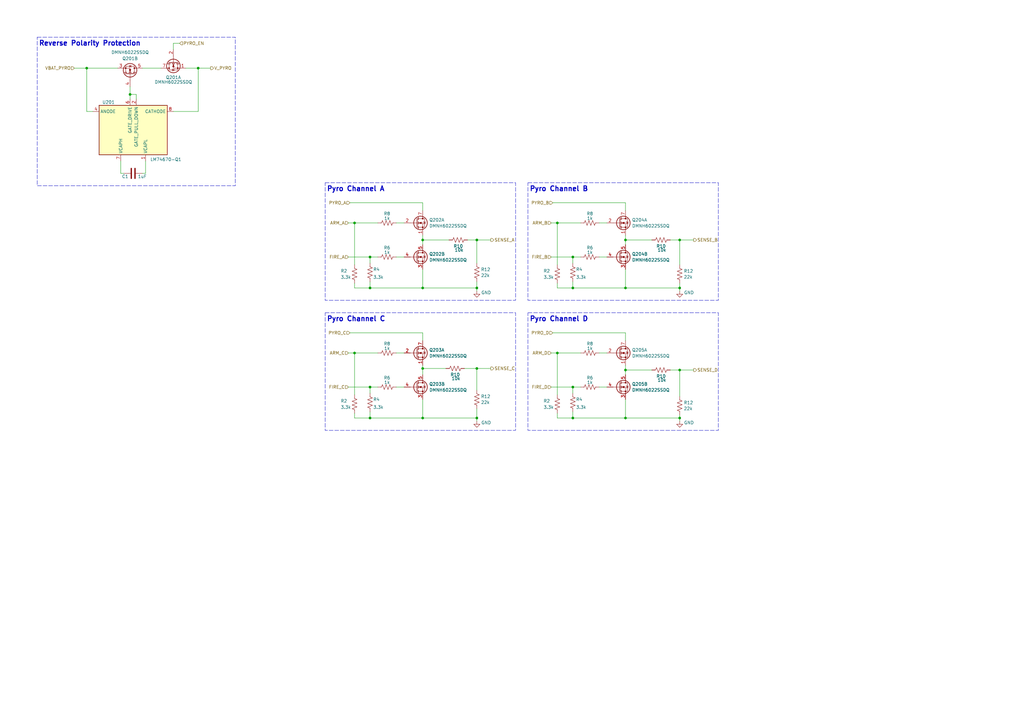
<source format=kicad_sch>
(kicad_sch (version 20230121) (generator eeschema)

  (uuid 25e87aab-0877-4568-a426-1d554c854643)

  (paper "A3")

  (title_block
    (title "MIDAS Pyro Circuitry MK1.1")
    (date "2024-01-11")
    (rev "A")
    (company "Illinois Space Society")
    (comment 4 "Contributors: Patrick Cassino, Peter Giannetos, Quinn Athas, Vasu Dar, Sourojit Mazumder")
  )

  (lib_symbols
    (symbol "Device:C" (pin_numbers hide) (pin_names (offset 0.254)) (in_bom yes) (on_board yes)
      (property "Reference" "C" (at 0.635 2.54 0)
        (effects (font (size 1.27 1.27)) (justify left))
      )
      (property "Value" "C" (at 0.635 -2.54 0)
        (effects (font (size 1.27 1.27)) (justify left))
      )
      (property "Footprint" "" (at 0.9652 -3.81 0)
        (effects (font (size 1.27 1.27)) hide)
      )
      (property "Datasheet" "~" (at 0 0 0)
        (effects (font (size 1.27 1.27)) hide)
      )
      (property "ki_keywords" "cap capacitor" (at 0 0 0)
        (effects (font (size 1.27 1.27)) hide)
      )
      (property "ki_description" "Unpolarized capacitor" (at 0 0 0)
        (effects (font (size 1.27 1.27)) hide)
      )
      (property "ki_fp_filters" "C_*" (at 0 0 0)
        (effects (font (size 1.27 1.27)) hide)
      )
      (symbol "C_0_1"
        (polyline
          (pts
            (xy -2.032 -0.762)
            (xy 2.032 -0.762)
          )
          (stroke (width 0.508) (type default))
          (fill (type none))
        )
        (polyline
          (pts
            (xy -2.032 0.762)
            (xy 2.032 0.762)
          )
          (stroke (width 0.508) (type default))
          (fill (type none))
        )
      )
      (symbol "C_1_1"
        (pin passive line (at 0 3.81 270) (length 2.794)
          (name "~" (effects (font (size 1.27 1.27))))
          (number "1" (effects (font (size 1.27 1.27))))
        )
        (pin passive line (at 0 -3.81 90) (length 2.794)
          (name "~" (effects (font (size 1.27 1.27))))
          (number "2" (effects (font (size 1.27 1.27))))
        )
      )
    )
    (symbol "Device:R_US" (pin_numbers hide) (pin_names (offset 0)) (in_bom yes) (on_board yes)
      (property "Reference" "R" (at 2.54 0 90)
        (effects (font (size 1.27 1.27)))
      )
      (property "Value" "R_US" (at -2.54 0 90)
        (effects (font (size 1.27 1.27)))
      )
      (property "Footprint" "" (at 1.016 -0.254 90)
        (effects (font (size 1.27 1.27)) hide)
      )
      (property "Datasheet" "~" (at 0 0 0)
        (effects (font (size 1.27 1.27)) hide)
      )
      (property "ki_keywords" "R res resistor" (at 0 0 0)
        (effects (font (size 1.27 1.27)) hide)
      )
      (property "ki_description" "Resistor, US symbol" (at 0 0 0)
        (effects (font (size 1.27 1.27)) hide)
      )
      (property "ki_fp_filters" "R_*" (at 0 0 0)
        (effects (font (size 1.27 1.27)) hide)
      )
      (symbol "R_US_0_1"
        (polyline
          (pts
            (xy 0 -2.286)
            (xy 0 -2.54)
          )
          (stroke (width 0) (type default))
          (fill (type none))
        )
        (polyline
          (pts
            (xy 0 2.286)
            (xy 0 2.54)
          )
          (stroke (width 0) (type default))
          (fill (type none))
        )
        (polyline
          (pts
            (xy 0 -0.762)
            (xy 1.016 -1.143)
            (xy 0 -1.524)
            (xy -1.016 -1.905)
            (xy 0 -2.286)
          )
          (stroke (width 0) (type default))
          (fill (type none))
        )
        (polyline
          (pts
            (xy 0 0.762)
            (xy 1.016 0.381)
            (xy 0 0)
            (xy -1.016 -0.381)
            (xy 0 -0.762)
          )
          (stroke (width 0) (type default))
          (fill (type none))
        )
        (polyline
          (pts
            (xy 0 2.286)
            (xy 1.016 1.905)
            (xy 0 1.524)
            (xy -1.016 1.143)
            (xy 0 0.762)
          )
          (stroke (width 0) (type default))
          (fill (type none))
        )
      )
      (symbol "R_US_1_1"
        (pin passive line (at 0 3.81 270) (length 1.27)
          (name "~" (effects (font (size 1.27 1.27))))
          (number "1" (effects (font (size 1.27 1.27))))
        )
        (pin passive line (at 0 -3.81 90) (length 1.27)
          (name "~" (effects (font (size 1.27 1.27))))
          (number "2" (effects (font (size 1.27 1.27))))
        )
      )
    )
    (symbol "Power_Ideal_Diode:LM74670-Q1" (in_bom yes) (on_board yes)
      (property "Reference" "U" (at -11.43 12.7 0)
        (effects (font (size 1.27 1.27)) (justify left top))
      )
      (property "Value" "LM74670-Q1" (at 3.81 12.7 0)
        (effects (font (size 1.27 1.27)) (justify left top))
      )
      (property "Footprint" "Package_SO:VSSOP-8_3.0x3.0mm_P0.65mm" (at 44.45 -94.92 0)
        (effects (font (size 1.27 1.27)) (justify left top) hide)
      )
      (property "Datasheet" "http://www.ti.com/lit/gpn/lm74670-q1" (at 44.45 -194.92 0)
        (effects (font (size 1.27 1.27)) (justify left top) hide)
      )
      (property "ki_keywords" "0.48V to 42V zero IQ automotive ideal diode rectifier controller 70uA gate drive" (at 0 0 0)
        (effects (font (size 1.27 1.27)) hide)
      )
      (property "ki_description" "0.48V to 42V, zero IQ automotive ideal diode rectifier controller with 70uA gate drive" (at 0 0 0)
        (effects (font (size 1.27 1.27)) hide)
      )
      (symbol "LM74670-Q1_1_1"
        (rectangle (start -13.97 10.16) (end 13.97 -10.16)
          (stroke (width 0.254) (type default))
          (fill (type background))
        )
        (pin bidirectional line (at 5.08 -12.7 90) (length 2.54)
          (name "VCAPL" (effects (font (size 1.27 1.27))))
          (number "1" (effects (font (size 1.27 1.27))))
        )
        (pin output line (at 1.27 12.7 270) (length 2.54)
          (name "GATE_PULL_DOWN" (effects (font (size 1.27 1.27))))
          (number "2" (effects (font (size 1.27 1.27))))
        )
        (pin no_connect line (at -16.51 2.54 0) (length 2.54) hide
          (name "NC" (effects (font (size 1.27 1.27))))
          (number "3" (effects (font (size 1.27 1.27))))
        )
        (pin power_in line (at -16.51 7.62 0) (length 2.54)
          (name "ANODE" (effects (font (size 1.27 1.27))))
          (number "4" (effects (font (size 1.27 1.27))))
        )
        (pin no_connect line (at -16.51 2.54 0) (length 2.54) hide
          (name "NC" (effects (font (size 1.27 1.27))))
          (number "5" (effects (font (size 1.27 1.27))))
        )
        (pin output line (at -1.27 12.7 270) (length 2.54)
          (name "GATE_DRIVE" (effects (font (size 1.27 1.27))))
          (number "6" (effects (font (size 1.27 1.27))))
        )
        (pin bidirectional line (at -5.08 -12.7 90) (length 2.54)
          (name "VCAPH" (effects (font (size 1.27 1.27))))
          (number "7" (effects (font (size 1.27 1.27))))
        )
        (pin power_in line (at 16.51 7.62 180) (length 2.54)
          (name "CATHODE" (effects (font (size 1.27 1.27))))
          (number "8" (effects (font (size 1.27 1.27))))
        )
      )
    )
    (symbol "Transistor_FET_Diodes:DMNH6022SSDQ" (pin_names hide) (in_bom yes) (on_board yes)
      (property "Reference" "Q" (at 2.54 -1.27 0)
        (effects (font (size 1.27 1.27)) (justify left))
      )
      (property "Value" "DMNH6022SSDQ" (at 2.54 1.27 0)
        (effects (font (size 1.27 1.27)) (justify left))
      )
      (property "Footprint" "Package_SO:SO-8_3.9x4.9mm_P1.27mm" (at 0 -7.62 0)
        (effects (font (size 1.27 1.27)) hide)
      )
      (property "Datasheet" "https://www.diodes.com/assets/Datasheets/DMNH6022SSDQ.pdf" (at 0 -10.16 0)
        (effects (font (size 1.27 1.27)) hide)
      )
      (property "ki_locked" "" (at 0 0 0)
        (effects (font (size 1.27 1.27)))
      )
      (property "ki_keywords" "22.6A Id 60Vd N-Channel MOSFET SO-8 Diodes Incorporated" (at 0 0 0)
        (effects (font (size 1.27 1.27)) hide)
      )
      (property "ki_description" "22.6A Id, 60Vd, N-Channel MOSFET, SO-8" (at 0 0 0)
        (effects (font (size 1.27 1.27)) hide)
      )
      (symbol "DMNH6022SSDQ_0_1"
        (circle (center -0.889 0) (radius 2.794)
          (stroke (width 0.254) (type default))
          (fill (type none))
        )
        (circle (center 0 -1.778) (radius 0.254)
          (stroke (width 0) (type default))
          (fill (type outline))
        )
        (polyline
          (pts
            (xy -2.286 0)
            (xy -5.08 0)
          )
          (stroke (width 0) (type default))
          (fill (type none))
        )
        (polyline
          (pts
            (xy -2.286 1.905)
            (xy -2.286 -1.905)
          )
          (stroke (width 0.254) (type default))
          (fill (type none))
        )
        (polyline
          (pts
            (xy -1.778 -1.27)
            (xy -1.778 -2.286)
          )
          (stroke (width 0.254) (type default))
          (fill (type none))
        )
        (polyline
          (pts
            (xy -1.778 0.508)
            (xy -1.778 -0.508)
          )
          (stroke (width 0.254) (type default))
          (fill (type none))
        )
        (polyline
          (pts
            (xy -1.778 2.286)
            (xy -1.778 1.27)
          )
          (stroke (width 0.254) (type default))
          (fill (type none))
        )
        (polyline
          (pts
            (xy 0 2.54)
            (xy 0 1.778)
          )
          (stroke (width 0) (type default))
          (fill (type none))
        )
        (polyline
          (pts
            (xy 0 -2.54)
            (xy 0 0)
            (xy -1.778 0)
          )
          (stroke (width 0) (type default))
          (fill (type none))
        )
        (polyline
          (pts
            (xy -1.778 -1.778)
            (xy 0.762 -1.778)
            (xy 0.762 1.778)
            (xy -1.778 1.778)
          )
          (stroke (width 0) (type default))
          (fill (type none))
        )
        (polyline
          (pts
            (xy -1.524 0)
            (xy -0.508 0.381)
            (xy -0.508 -0.381)
            (xy -1.524 0)
          )
          (stroke (width 0) (type default))
          (fill (type outline))
        )
        (polyline
          (pts
            (xy 0.254 0.508)
            (xy 0.381 0.381)
            (xy 1.143 0.381)
            (xy 1.27 0.254)
          )
          (stroke (width 0) (type default))
          (fill (type none))
        )
        (polyline
          (pts
            (xy 0.762 0.381)
            (xy 0.381 -0.254)
            (xy 1.143 -0.254)
            (xy 0.762 0.381)
          )
          (stroke (width 0) (type default))
          (fill (type none))
        )
        (circle (center 0 1.778) (radius 0.254)
          (stroke (width 0) (type default))
          (fill (type outline))
        )
      )
      (symbol "DMNH6022SSDQ_1_0"
        (pin passive line (at 0 -5.08 90) (length 2.54)
          (name "S1" (effects (font (size 1.27 1.27))))
          (number "1" (effects (font (size 1.27 1.27))))
        )
        (pin input line (at -7.62 0 0) (length 2.54)
          (name "G1" (effects (font (size 1.27 1.27))))
          (number "2" (effects (font (size 1.27 1.27))))
        )
        (pin passive line (at 0 5.08 270) (length 2.54)
          (name "D1" (effects (font (size 1.27 1.27))))
          (number "7" (effects (font (size 1.27 1.27))))
        )
        (pin passive line (at 0 5.08 270) (length 2.54) hide
          (name "D1" (effects (font (size 1.27 1.27))))
          (number "8" (effects (font (size 1.27 1.27))))
        )
      )
      (symbol "DMNH6022SSDQ_2_0"
        (pin passive line (at 0 -5.08 90) (length 2.54)
          (name "S2" (effects (font (size 1.27 1.27))))
          (number "3" (effects (font (size 1.27 1.27))))
        )
        (pin input line (at -7.62 0 0) (length 2.54)
          (name "G2" (effects (font (size 1.27 1.27))))
          (number "4" (effects (font (size 1.27 1.27))))
        )
        (pin passive line (at 0 5.08 270) (length 2.54)
          (name "D2" (effects (font (size 1.27 1.27))))
          (number "5" (effects (font (size 1.27 1.27))))
        )
        (pin passive line (at 0 5.08 270) (length 2.54) hide
          (name "D2" (effects (font (size 1.27 1.27))))
          (number "6" (effects (font (size 1.27 1.27))))
        )
      )
    )
    (symbol "power:GND" (power) (pin_names (offset 0)) (in_bom yes) (on_board yes)
      (property "Reference" "#PWR" (at 0 -6.35 0)
        (effects (font (size 1.27 1.27)) hide)
      )
      (property "Value" "GND" (at 0 -3.81 0)
        (effects (font (size 1.27 1.27)))
      )
      (property "Footprint" "" (at 0 0 0)
        (effects (font (size 1.27 1.27)) hide)
      )
      (property "Datasheet" "" (at 0 0 0)
        (effects (font (size 1.27 1.27)) hide)
      )
      (property "ki_keywords" "global power" (at 0 0 0)
        (effects (font (size 1.27 1.27)) hide)
      )
      (property "ki_description" "Power symbol creates a global label with name \"GND\" , ground" (at 0 0 0)
        (effects (font (size 1.27 1.27)) hide)
      )
      (symbol "GND_0_1"
        (polyline
          (pts
            (xy 0 0)
            (xy 0 -1.27)
            (xy 1.27 -1.27)
            (xy 0 -2.54)
            (xy -1.27 -1.27)
            (xy 0 -1.27)
          )
          (stroke (width 0) (type default))
          (fill (type none))
        )
      )
      (symbol "GND_1_1"
        (pin power_in line (at 0 0 270) (length 0) hide
          (name "GND" (effects (font (size 1.27 1.27))))
          (number "1" (effects (font (size 1.27 1.27))))
        )
      )
    )
  )

  (junction (at 151.765 105.41) (diameter 0) (color 0 0 0 0)
    (uuid 0386a506-282d-47f5-8439-a9049d6f4ef1)
  )
  (junction (at 278.765 98.425) (diameter 0) (color 0 0 0 0)
    (uuid 038b575d-2e4e-4619-8a4a-4bfd60257c33)
  )
  (junction (at 195.58 151.13) (diameter 0) (color 0 0 0 0)
    (uuid 14ba3a1b-be9e-4341-93e3-143188ecb820)
  )
  (junction (at 256.54 98.425) (diameter 0) (color 0 0 0 0)
    (uuid 1a97a76e-9575-4b2d-b73b-b796697775b1)
  )
  (junction (at 234.95 171.45) (diameter 0) (color 0 0 0 0)
    (uuid 210b168e-8e7b-4839-acf6-35ac01df7ffa)
  )
  (junction (at 53.34 38.735) (diameter 0) (color 0 0 0 0)
    (uuid 27f941a7-d50b-49b4-a315-7625ee212f23)
  )
  (junction (at 145.415 91.44) (diameter 0) (color 0 0 0 0)
    (uuid 30c5375a-c56c-4497-8bb6-5c420512ae6a)
  )
  (junction (at 151.765 158.75) (diameter 0) (color 0 0 0 0)
    (uuid 38727037-bedd-4148-9f63-79fac3a3b85c)
  )
  (junction (at 256.54 118.11) (diameter 0) (color 0 0 0 0)
    (uuid 3e7d18af-22a3-451d-a57c-25fc1fb1566c)
  )
  (junction (at 173.355 171.45) (diameter 0) (color 0 0 0 0)
    (uuid 4e04f736-1677-4dab-8a3b-4d805368563e)
  )
  (junction (at 195.58 118.11) (diameter 0) (color 0 0 0 0)
    (uuid 5d8e40a6-c361-49ac-87b3-9fbe522534a0)
  )
  (junction (at 195.58 171.45) (diameter 0) (color 0 0 0 0)
    (uuid 5f5c2428-5533-457d-9c7a-a2da64eee27b)
  )
  (junction (at 256.54 171.45) (diameter 0) (color 0 0 0 0)
    (uuid 60000817-1689-4dcf-9f52-efd0a12337fb)
  )
  (junction (at 278.765 171.45) (diameter 0) (color 0 0 0 0)
    (uuid 70cf2391-0459-4e89-8c16-2acd115a4522)
  )
  (junction (at 81.28 27.94) (diameter 0) (color 0 0 0 0)
    (uuid 757679a6-1a91-485e-919a-8de958f623e5)
  )
  (junction (at 234.95 105.41) (diameter 0) (color 0 0 0 0)
    (uuid 764140c6-c6c0-41b7-ad13-cf0e51999123)
  )
  (junction (at 228.6 91.44) (diameter 0) (color 0 0 0 0)
    (uuid 7754af32-06b6-405e-bef0-5577868ad070)
  )
  (junction (at 256.54 151.765) (diameter 0) (color 0 0 0 0)
    (uuid 7ca94f4d-d5b0-471b-b879-2a7212026d79)
  )
  (junction (at 35.56 27.94) (diameter 0) (color 0 0 0 0)
    (uuid 884dcec6-9a2b-47ad-b6b8-4f1d7a3ebce0)
  )
  (junction (at 278.765 151.765) (diameter 0) (color 0 0 0 0)
    (uuid 8c299e33-3900-45be-a911-c9717e3f3035)
  )
  (junction (at 234.95 158.75) (diameter 0) (color 0 0 0 0)
    (uuid 8d959041-121b-4ebd-a400-d6d99b183abf)
  )
  (junction (at 151.765 171.45) (diameter 0) (color 0 0 0 0)
    (uuid ae590fcb-b0a1-4d2b-b522-34696d8c7c2f)
  )
  (junction (at 278.765 118.11) (diameter 0) (color 0 0 0 0)
    (uuid be86b6f3-189b-4b81-ad4e-a776378270a6)
  )
  (junction (at 228.6 144.78) (diameter 0) (color 0 0 0 0)
    (uuid bff12e56-72ad-48e1-8aba-144ad3dada2a)
  )
  (junction (at 173.355 98.425) (diameter 0) (color 0 0 0 0)
    (uuid d57ebd28-89c9-423e-b365-72cd193c513f)
  )
  (junction (at 151.765 118.11) (diameter 0) (color 0 0 0 0)
    (uuid db99a270-10da-46e0-856c-86853cdaa810)
  )
  (junction (at 195.58 98.425) (diameter 0) (color 0 0 0 0)
    (uuid dd071941-92fb-408c-b779-d7744651c7f0)
  )
  (junction (at 173.355 118.11) (diameter 0) (color 0 0 0 0)
    (uuid dfabffcb-c850-49c4-a942-5e905a25b6ab)
  )
  (junction (at 173.355 151.13) (diameter 0) (color 0 0 0 0)
    (uuid e0c8c4c9-78b5-4b72-85ad-d43838a13a40)
  )
  (junction (at 145.415 144.78) (diameter 0) (color 0 0 0 0)
    (uuid e703ddce-b610-44e5-a6d2-346d4eb3a9ba)
  )
  (junction (at 234.95 118.11) (diameter 0) (color 0 0 0 0)
    (uuid f8cfa384-c2f1-4e3c-86eb-927bf7b1a772)
  )

  (wire (pts (xy 256.54 151.765) (xy 256.54 153.67))
    (stroke (width 0) (type default))
    (uuid 0088d7c3-7763-4d8f-8c71-96695a7728c7)
  )
  (wire (pts (xy 228.6 144.78) (xy 228.6 161.925))
    (stroke (width 0) (type default))
    (uuid 0140bd2e-0e83-4d56-a54b-bd3aa56c17c3)
  )
  (wire (pts (xy 190.5 151.13) (xy 195.58 151.13))
    (stroke (width 0) (type default))
    (uuid 01d22de7-fa40-4225-af92-3f426883810b)
  )
  (wire (pts (xy 173.355 98.425) (xy 184.15 98.425))
    (stroke (width 0) (type default))
    (uuid 024cadf9-3311-47b0-99fd-85cc547c006c)
  )
  (wire (pts (xy 256.54 98.425) (xy 267.335 98.425))
    (stroke (width 0) (type default))
    (uuid 0458079d-fa08-4f4e-abbc-0dcc65496866)
  )
  (wire (pts (xy 226.695 83.185) (xy 256.54 83.185))
    (stroke (width 0) (type default))
    (uuid 05e5f74e-d2b7-471c-88af-b3738e6517f0)
  )
  (wire (pts (xy 228.6 116.205) (xy 228.6 118.11))
    (stroke (width 0) (type default))
    (uuid 09bbfe10-5be4-4d4a-b038-2207ef498cb5)
  )
  (wire (pts (xy 256.54 98.425) (xy 256.54 100.33))
    (stroke (width 0) (type default))
    (uuid 0ecfe6af-c26c-4190-ba03-9ce838d067a9)
  )
  (wire (pts (xy 71.12 17.78) (xy 73.66 17.78))
    (stroke (width 0) (type default))
    (uuid 174c5cac-54f2-4ad1-8fa5-1ba4740a7b06)
  )
  (wire (pts (xy 53.34 38.735) (xy 55.88 38.735))
    (stroke (width 0) (type default))
    (uuid 1b06d4d4-2282-4175-a647-e56769661a64)
  )
  (wire (pts (xy 195.58 167.64) (xy 195.58 171.45))
    (stroke (width 0) (type default))
    (uuid 1b880fe2-ac1c-43d7-9667-63e1d793c971)
  )
  (wire (pts (xy 151.765 105.41) (xy 151.765 107.95))
    (stroke (width 0) (type default))
    (uuid 1c244c54-c84b-4ee6-b366-4859b439ed93)
  )
  (wire (pts (xy 238.125 158.75) (xy 234.95 158.75))
    (stroke (width 0) (type default))
    (uuid 1d312a36-e9f0-41b4-a3b4-fa14974a2f7e)
  )
  (wire (pts (xy 284.48 98.425) (xy 278.765 98.425))
    (stroke (width 0) (type default))
    (uuid 1df4d203-25db-42f6-a3fd-811ced772bca)
  )
  (wire (pts (xy 53.34 38.735) (xy 53.34 40.64))
    (stroke (width 0) (type default))
    (uuid 20a0e3c7-d5fd-4848-a0c1-a9ae54712937)
  )
  (wire (pts (xy 81.28 27.94) (xy 86.36 27.94))
    (stroke (width 0) (type default))
    (uuid 21893020-99fa-49d5-ad8f-50feca19cd3d)
  )
  (wire (pts (xy 228.6 144.78) (xy 238.125 144.78))
    (stroke (width 0) (type default))
    (uuid 238b81ff-43ec-4714-b192-ad9f1bd7eee1)
  )
  (wire (pts (xy 228.6 91.44) (xy 238.125 91.44))
    (stroke (width 0) (type default))
    (uuid 23d44808-e997-4b65-aa78-c719d4162293)
  )
  (wire (pts (xy 142.875 105.41) (xy 151.765 105.41))
    (stroke (width 0) (type default))
    (uuid 23d9eea1-32ad-4b4b-8ffa-b0756fcbbb69)
  )
  (wire (pts (xy 274.955 151.765) (xy 278.765 151.765))
    (stroke (width 0) (type default))
    (uuid 27c311d1-2542-4348-bb46-eb0008f07de9)
  )
  (wire (pts (xy 234.95 171.45) (xy 256.54 171.45))
    (stroke (width 0) (type default))
    (uuid 2ae9f215-6120-49fc-8cd2-d2d27b7ca0cc)
  )
  (wire (pts (xy 145.415 144.78) (xy 154.94 144.78))
    (stroke (width 0) (type default))
    (uuid 2cd12486-cb3e-45d5-9e3d-5de362741818)
  )
  (wire (pts (xy 145.415 91.44) (xy 145.415 108.585))
    (stroke (width 0) (type default))
    (uuid 2def6618-bcf2-4f00-95eb-c3cfb23296ac)
  )
  (wire (pts (xy 245.745 91.44) (xy 248.92 91.44))
    (stroke (width 0) (type default))
    (uuid 2fc28d83-7e89-4065-900f-188dec4e8515)
  )
  (wire (pts (xy 201.295 98.425) (xy 195.58 98.425))
    (stroke (width 0) (type default))
    (uuid 327e9f8d-a333-4d10-acf4-0a96dc33be7d)
  )
  (wire (pts (xy 151.765 171.45) (xy 173.355 171.45))
    (stroke (width 0) (type default))
    (uuid 34c7b438-2c43-4554-b42f-9e628128cdbb)
  )
  (wire (pts (xy 245.745 158.75) (xy 248.92 158.75))
    (stroke (width 0) (type default))
    (uuid 3801eb51-414c-44e1-a8b2-43211af79cd6)
  )
  (wire (pts (xy 234.95 171.45) (xy 234.95 168.91))
    (stroke (width 0) (type default))
    (uuid 390cc7eb-525e-4134-a187-1eea46786848)
  )
  (wire (pts (xy 256.54 171.45) (xy 256.54 163.83))
    (stroke (width 0) (type default))
    (uuid 3b2030e4-e5ff-4776-a493-357d7d88ff3e)
  )
  (wire (pts (xy 173.355 171.45) (xy 173.355 163.83))
    (stroke (width 0) (type default))
    (uuid 498d6de1-1d58-442f-9d0f-e545561d13f2)
  )
  (wire (pts (xy 173.355 151.13) (xy 173.355 153.67))
    (stroke (width 0) (type default))
    (uuid 499cd3de-21b1-4a9e-8185-8bf84a85f8fa)
  )
  (wire (pts (xy 145.415 144.78) (xy 145.415 161.925))
    (stroke (width 0) (type default))
    (uuid 49bec50b-0aeb-4e3f-8c31-b851918df42b)
  )
  (wire (pts (xy 238.125 105.41) (xy 234.95 105.41))
    (stroke (width 0) (type default))
    (uuid 4ae62687-b59f-4ee0-a3c8-ef6d98765b35)
  )
  (wire (pts (xy 191.77 98.425) (xy 195.58 98.425))
    (stroke (width 0) (type default))
    (uuid 4f394345-6a51-401f-969a-f4a4e73a43e0)
  )
  (wire (pts (xy 151.765 171.45) (xy 151.765 168.91))
    (stroke (width 0) (type default))
    (uuid 516840c2-7b78-4d0e-8ffe-448e703e3b4d)
  )
  (wire (pts (xy 143.51 83.185) (xy 173.355 83.185))
    (stroke (width 0) (type default))
    (uuid 517a3517-94a2-47d2-88bb-4d9b6e349c7d)
  )
  (wire (pts (xy 195.58 119.38) (xy 195.58 118.11))
    (stroke (width 0) (type default))
    (uuid 51f431af-35a9-4c4b-b922-4e621042e624)
  )
  (wire (pts (xy 228.6 169.545) (xy 228.6 171.45))
    (stroke (width 0) (type default))
    (uuid 5b7d4139-f980-4cf3-89af-55fa89546320)
  )
  (wire (pts (xy 226.06 105.41) (xy 234.95 105.41))
    (stroke (width 0) (type default))
    (uuid 5c01a96b-de67-4a0b-916b-35c8b52a57cc)
  )
  (wire (pts (xy 201.295 151.13) (xy 195.58 151.13))
    (stroke (width 0) (type default))
    (uuid 5ccbf5f2-0b84-42a4-bbb2-72d114f6dbe9)
  )
  (wire (pts (xy 143.51 136.525) (xy 173.355 136.525))
    (stroke (width 0) (type default))
    (uuid 5d933333-d941-4753-be63-a343c47accaa)
  )
  (wire (pts (xy 49.53 66.04) (xy 49.53 71.12))
    (stroke (width 0) (type default))
    (uuid 605d4f85-93ec-4003-bf8c-fda86ed928ed)
  )
  (wire (pts (xy 53.34 35.56) (xy 53.34 38.735))
    (stroke (width 0) (type default))
    (uuid 607d14cb-6642-408e-a964-4e6881c8c2a1)
  )
  (wire (pts (xy 59.69 71.12) (xy 58.42 71.12))
    (stroke (width 0) (type default))
    (uuid 639cefcf-3318-473f-a34a-6db6a293f7df)
  )
  (wire (pts (xy 49.53 71.12) (xy 50.8 71.12))
    (stroke (width 0) (type default))
    (uuid 65aea221-e29a-4f72-b398-350fed7db0c8)
  )
  (wire (pts (xy 142.875 158.75) (xy 151.765 158.75))
    (stroke (width 0) (type default))
    (uuid 65e8f243-5667-4d00-ab4e-d7ee5996f7d4)
  )
  (wire (pts (xy 173.355 118.11) (xy 195.58 118.11))
    (stroke (width 0) (type default))
    (uuid 66514868-93cb-4444-819d-9f4412f98834)
  )
  (wire (pts (xy 256.54 96.52) (xy 256.54 98.425))
    (stroke (width 0) (type default))
    (uuid 688fae65-7e10-4199-9e5a-40beeb55c5e3)
  )
  (wire (pts (xy 162.56 105.41) (xy 165.735 105.41))
    (stroke (width 0) (type default))
    (uuid 6975c7f4-d6cf-4864-85f6-446f3680bf1c)
  )
  (wire (pts (xy 226.06 144.78) (xy 228.6 144.78))
    (stroke (width 0) (type default))
    (uuid 698d4401-a749-45f0-94c9-1a6b4c6c5525)
  )
  (wire (pts (xy 234.95 118.11) (xy 234.95 115.57))
    (stroke (width 0) (type default))
    (uuid 6ac1cd45-9f02-4b07-8792-98899b169111)
  )
  (wire (pts (xy 256.54 151.765) (xy 267.335 151.765))
    (stroke (width 0) (type default))
    (uuid 6ad3ebce-1439-42e4-9bfe-419563d8dc2a)
  )
  (wire (pts (xy 162.56 144.78) (xy 165.735 144.78))
    (stroke (width 0) (type default))
    (uuid 6dd3dd3b-dc81-4d83-a80b-feff89f85812)
  )
  (wire (pts (xy 55.88 40.64) (xy 55.88 38.735))
    (stroke (width 0) (type default))
    (uuid 6fed008e-590d-4fa2-b1f9-70b9e03b8d0d)
  )
  (wire (pts (xy 142.875 91.44) (xy 145.415 91.44))
    (stroke (width 0) (type default))
    (uuid 738b5a56-d22d-4bae-be7e-01be914b06b1)
  )
  (wire (pts (xy 76.2 27.94) (xy 81.28 27.94))
    (stroke (width 0) (type default))
    (uuid 75d0d055-5652-4b02-8a7e-0f1a577528e5)
  )
  (wire (pts (xy 154.94 158.75) (xy 151.765 158.75))
    (stroke (width 0) (type default))
    (uuid 7dedbd25-8a7e-4a78-a88d-b7e4997f2c5a)
  )
  (wire (pts (xy 145.415 116.205) (xy 145.415 118.11))
    (stroke (width 0) (type default))
    (uuid 800c9705-cd61-409f-95d3-91e14c9ba911)
  )
  (wire (pts (xy 142.875 144.78) (xy 145.415 144.78))
    (stroke (width 0) (type default))
    (uuid 80908868-38e5-45c7-90c7-e2ec7295df38)
  )
  (wire (pts (xy 59.69 66.04) (xy 59.69 71.12))
    (stroke (width 0) (type default))
    (uuid 835b476a-a6e0-4fe5-9258-5b15871fc554)
  )
  (wire (pts (xy 162.56 158.75) (xy 165.735 158.75))
    (stroke (width 0) (type default))
    (uuid 83973189-8925-4e18-90a2-65ed19291efb)
  )
  (wire (pts (xy 145.415 118.11) (xy 151.765 118.11))
    (stroke (width 0) (type default))
    (uuid 841ee44f-cdfe-43e1-8f78-ecaab75506b7)
  )
  (wire (pts (xy 154.94 105.41) (xy 151.765 105.41))
    (stroke (width 0) (type default))
    (uuid 896d0d65-60e8-481a-9269-31c2f161c9e2)
  )
  (wire (pts (xy 173.355 83.185) (xy 173.355 86.36))
    (stroke (width 0) (type default))
    (uuid 8a80cc95-a5d0-4be0-a6b0-fe80da10c936)
  )
  (wire (pts (xy 173.355 98.425) (xy 173.355 100.33))
    (stroke (width 0) (type default))
    (uuid 8ab6f317-400c-4134-844e-a94e4316be38)
  )
  (wire (pts (xy 256.54 83.185) (xy 256.54 86.36))
    (stroke (width 0) (type default))
    (uuid 8e71a492-f2a0-4019-8c8e-de9cd14d5e26)
  )
  (wire (pts (xy 278.765 98.425) (xy 278.765 108.585))
    (stroke (width 0) (type default))
    (uuid 90105b7d-d368-414f-97bf-91ddca137404)
  )
  (wire (pts (xy 284.48 151.765) (xy 278.765 151.765))
    (stroke (width 0) (type default))
    (uuid 91de8582-2b17-471c-9cb7-91e06b8e795b)
  )
  (wire (pts (xy 226.695 136.525) (xy 256.54 136.525))
    (stroke (width 0) (type default))
    (uuid 9a2853cd-f2f8-4e81-aff9-bb0be33c82e3)
  )
  (wire (pts (xy 278.765 172.72) (xy 278.765 171.45))
    (stroke (width 0) (type default))
    (uuid 9bd46b17-1f0a-4a1f-8207-71a9d180434d)
  )
  (wire (pts (xy 35.56 45.72) (xy 38.1 45.72))
    (stroke (width 0) (type default))
    (uuid a059fe1d-ed5f-4ec5-9ea1-74c2da971516)
  )
  (wire (pts (xy 278.765 151.765) (xy 278.765 162.56))
    (stroke (width 0) (type default))
    (uuid a5522e32-0ebd-4223-8dfc-19fd49817b4f)
  )
  (wire (pts (xy 274.955 98.425) (xy 278.765 98.425))
    (stroke (width 0) (type default))
    (uuid a58bc0db-a4ea-4d2f-bf67-99501962ffcf)
  )
  (wire (pts (xy 145.415 91.44) (xy 154.94 91.44))
    (stroke (width 0) (type default))
    (uuid a6c40dbd-2fb0-4a97-adda-212a8aef0e07)
  )
  (wire (pts (xy 228.6 171.45) (xy 234.95 171.45))
    (stroke (width 0) (type default))
    (uuid a7cfc313-857d-443f-8e9c-66e12853ac98)
  )
  (wire (pts (xy 145.415 171.45) (xy 151.765 171.45))
    (stroke (width 0) (type default))
    (uuid a88bdfec-e095-4337-bcb1-93f0bd96f6d8)
  )
  (wire (pts (xy 245.745 105.41) (xy 248.92 105.41))
    (stroke (width 0) (type default))
    (uuid aeea2899-e83d-4dba-a4a0-38a748f0422c)
  )
  (wire (pts (xy 71.12 45.72) (xy 81.28 45.72))
    (stroke (width 0) (type default))
    (uuid b09b4ef8-2bfb-4749-93e9-3e7844eba714)
  )
  (wire (pts (xy 195.58 172.72) (xy 195.58 171.45))
    (stroke (width 0) (type default))
    (uuid bcb4e34b-4ae6-425d-b864-4955e8d5c00b)
  )
  (wire (pts (xy 234.95 105.41) (xy 234.95 107.95))
    (stroke (width 0) (type default))
    (uuid bf67e133-dfbd-43d2-b58e-8ab196733038)
  )
  (wire (pts (xy 245.745 144.78) (xy 248.92 144.78))
    (stroke (width 0) (type default))
    (uuid c5261763-0a88-480d-a1b9-f1752a1b528e)
  )
  (wire (pts (xy 151.765 158.75) (xy 151.765 161.29))
    (stroke (width 0) (type default))
    (uuid cad00019-dc03-41df-8c62-a84b42443fa4)
  )
  (wire (pts (xy 195.58 151.13) (xy 195.58 160.02))
    (stroke (width 0) (type default))
    (uuid ce3c50a7-7b74-40b0-ac95-49bd366fba69)
  )
  (wire (pts (xy 234.95 118.11) (xy 256.54 118.11))
    (stroke (width 0) (type default))
    (uuid cfa443ff-d0dd-4ba1-9350-30db2c72bca5)
  )
  (wire (pts (xy 173.355 136.525) (xy 173.355 139.7))
    (stroke (width 0) (type default))
    (uuid d00f6a64-b862-49f3-b365-a4c628c4fc70)
  )
  (wire (pts (xy 173.355 151.13) (xy 182.88 151.13))
    (stroke (width 0) (type default))
    (uuid d01430ed-a0e1-42f7-8af2-f5f6801ac060)
  )
  (wire (pts (xy 256.54 118.11) (xy 256.54 110.49))
    (stroke (width 0) (type default))
    (uuid d06041d4-3d08-464d-a136-92d899e48ed6)
  )
  (wire (pts (xy 256.54 136.525) (xy 256.54 139.7))
    (stroke (width 0) (type default))
    (uuid d0aeeb47-9007-4a10-8711-f80d4a1a5346)
  )
  (wire (pts (xy 173.355 118.11) (xy 173.355 110.49))
    (stroke (width 0) (type default))
    (uuid d23ce23f-8ba1-43d4-b594-482869b17e54)
  )
  (wire (pts (xy 195.58 98.425) (xy 195.58 107.95))
    (stroke (width 0) (type default))
    (uuid d254ab6e-d163-463c-99f5-b8550e682c93)
  )
  (wire (pts (xy 278.765 116.205) (xy 278.765 118.11))
    (stroke (width 0) (type default))
    (uuid d2d7d6f6-0910-4606-aa67-d6964d1bcb8b)
  )
  (wire (pts (xy 35.56 27.94) (xy 35.56 45.72))
    (stroke (width 0) (type default))
    (uuid d4c7f84b-4f18-4e03-a6bf-609f36ad2e34)
  )
  (wire (pts (xy 145.415 169.545) (xy 145.415 171.45))
    (stroke (width 0) (type default))
    (uuid d5942bac-32a7-4a3c-a37f-bb6851ae2aa0)
  )
  (wire (pts (xy 226.06 91.44) (xy 228.6 91.44))
    (stroke (width 0) (type default))
    (uuid d6400794-6383-4bc4-bc08-0069ed1d8e83)
  )
  (wire (pts (xy 234.95 158.75) (xy 234.95 161.29))
    (stroke (width 0) (type default))
    (uuid d7ce2bd3-775e-4888-bab9-e9c1133037bc)
  )
  (wire (pts (xy 58.42 27.94) (xy 66.04 27.94))
    (stroke (width 0) (type default))
    (uuid d892c56d-cc13-4168-89ae-6022baeb599d)
  )
  (wire (pts (xy 278.765 119.38) (xy 278.765 118.11))
    (stroke (width 0) (type default))
    (uuid d9c03c41-4bc9-4cba-861a-dabf9ef99fb0)
  )
  (wire (pts (xy 228.6 118.11) (xy 234.95 118.11))
    (stroke (width 0) (type default))
    (uuid dc5dd7fb-f0ca-4c53-a402-8fad77e64eaa)
  )
  (wire (pts (xy 151.765 118.11) (xy 173.355 118.11))
    (stroke (width 0) (type default))
    (uuid e080a6f6-04cf-4cea-9204-672b6b04d32a)
  )
  (wire (pts (xy 256.54 171.45) (xy 278.765 171.45))
    (stroke (width 0) (type default))
    (uuid e1646f5d-75fc-418c-875d-348aab3361cc)
  )
  (wire (pts (xy 226.06 158.75) (xy 234.95 158.75))
    (stroke (width 0) (type default))
    (uuid e2a22dd8-84db-4fa3-91c9-bf45428c1567)
  )
  (wire (pts (xy 162.56 91.44) (xy 165.735 91.44))
    (stroke (width 0) (type default))
    (uuid e3eb1010-c6d7-470d-b1e6-0b1ecf8474bc)
  )
  (wire (pts (xy 228.6 91.44) (xy 228.6 108.585))
    (stroke (width 0) (type default))
    (uuid e400c418-93d3-45fa-8948-a1cbb30e5bf2)
  )
  (wire (pts (xy 30.48 27.94) (xy 35.56 27.94))
    (stroke (width 0) (type default))
    (uuid e6285c81-3c99-4ce8-b6c9-57bfb29c60db)
  )
  (wire (pts (xy 151.765 118.11) (xy 151.765 115.57))
    (stroke (width 0) (type default))
    (uuid ecc19a56-1bd2-408b-bf3e-032db28ea084)
  )
  (wire (pts (xy 81.28 27.94) (xy 81.28 45.72))
    (stroke (width 0) (type default))
    (uuid ef473cf8-34cf-4923-a476-2a3bc46e2487)
  )
  (wire (pts (xy 173.355 149.86) (xy 173.355 151.13))
    (stroke (width 0) (type default))
    (uuid efe8d45c-0e71-4d68-8865-c84734bc6103)
  )
  (wire (pts (xy 256.54 118.11) (xy 278.765 118.11))
    (stroke (width 0) (type default))
    (uuid f1e6ea88-88bc-4438-a41d-251a381a231d)
  )
  (wire (pts (xy 173.355 96.52) (xy 173.355 98.425))
    (stroke (width 0) (type default))
    (uuid f400eb16-79aa-43b0-b06d-883329c5e84a)
  )
  (wire (pts (xy 278.765 170.18) (xy 278.765 171.45))
    (stroke (width 0) (type default))
    (uuid f4dbf808-8953-4dfc-be44-ab8268a65a39)
  )
  (wire (pts (xy 173.355 171.45) (xy 195.58 171.45))
    (stroke (width 0) (type default))
    (uuid f58162ac-68c8-4711-92bf-e63b2ac23faa)
  )
  (wire (pts (xy 195.58 115.57) (xy 195.58 118.11))
    (stroke (width 0) (type default))
    (uuid fc38e5ba-0e8d-454d-9769-cd10b6d4b796)
  )
  (wire (pts (xy 256.54 149.86) (xy 256.54 151.765))
    (stroke (width 0) (type default))
    (uuid fcbea332-7680-4899-8ae7-bf907bc26695)
  )
  (wire (pts (xy 35.56 27.94) (xy 48.26 27.94))
    (stroke (width 0) (type default))
    (uuid fce1a70b-2b27-4b7e-9b35-93ec8c51a080)
  )
  (wire (pts (xy 71.12 20.32) (xy 71.12 17.78))
    (stroke (width 0) (type default))
    (uuid fd2a8bc0-777f-4be9-8cb1-645e4518f2d3)
  )

  (rectangle (start 15.24 15.24) (end 96.52 76.2)
    (stroke (width 0) (type dash))
    (fill (type none))
    (uuid 092aa18b-5db4-416e-ab5d-c07982b2aa88)
  )
  (rectangle (start 133.35 74.93) (end 211.455 123.19)
    (stroke (width 0) (type dash))
    (fill (type none))
    (uuid 2af45f0f-5b37-4e87-92e3-a872eccd6d8e)
  )
  (rectangle (start 133.35 128.27) (end 211.455 176.53)
    (stroke (width 0) (type dash))
    (fill (type none))
    (uuid b36f7b68-71c4-4c06-aa6d-426c20656d9d)
  )
  (rectangle (start 216.535 74.93) (end 294.64 123.19)
    (stroke (width 0) (type dash))
    (fill (type none))
    (uuid f47ddbdc-a4d8-4ac6-b644-0232a9ab7bbd)
  )
  (rectangle (start 216.535 128.27) (end 294.64 176.53)
    (stroke (width 0) (type dash))
    (fill (type none))
    (uuid f85f2b43-d211-48be-8e96-e4bfbca0ed48)
  )

  (text "Pyro Channel D" (at 217.17 132.08 0)
    (effects (font (face "KiCad Font") (size 2 2) (thickness 0.4) bold) (justify left bottom))
    (uuid 1c0f9669-2a9d-4c0b-a709-b9b8b87514ee)
  )
  (text "Pyro Channel C" (at 133.985 132.08 0)
    (effects (font (face "KiCad Font") (size 2 2) (thickness 0.4) bold) (justify left bottom))
    (uuid 563a0509-88e8-4927-ba60-8ff4b59d987f)
  )
  (text "Reverse Polarity Protection" (at 15.875 19.05 0)
    (effects (font (size 2 2) (thickness 0.4) bold) (justify left bottom))
    (uuid 6543c016-45b2-4ec9-8e58-7b4de2fcfd0b)
  )
  (text "Pyro Channel A" (at 133.985 78.74 0)
    (effects (font (face "KiCad Font") (size 2 2) (thickness 0.4) bold) (justify left bottom))
    (uuid 8f575bd4-a0b1-4133-800c-e65d184b244a)
  )
  (text "Pyro Channel B" (at 217.17 78.74 0)
    (effects (font (face "KiCad Font") (size 2 2) (thickness 0.4) bold) (justify left bottom))
    (uuid c530af8f-13c6-49ef-bf7f-3944eb704bed)
  )

  (hierarchical_label "SENSE_A" (shape output) (at 201.295 98.425 0) (fields_autoplaced)
    (effects (font (size 1.27 1.27)) (justify left))
    (uuid 19e9f7eb-87a5-4bf8-b760-bccbbe198b5e)
  )
  (hierarchical_label "PYRO_EN" (shape input) (at 73.66 17.78 0) (fields_autoplaced)
    (effects (font (size 1.27 1.27)) (justify left))
    (uuid 1ced36c8-a322-4b5a-9129-8fffac4f3440)
  )
  (hierarchical_label "ARM_B" (shape input) (at 226.06 91.44 180) (fields_autoplaced)
    (effects (font (size 1.27 1.27)) (justify right))
    (uuid 27143ea7-7c50-4d55-82f3-ff673cc30a04)
  )
  (hierarchical_label "SENSE_C" (shape output) (at 201.295 151.13 0) (fields_autoplaced)
    (effects (font (size 1.27 1.27)) (justify left))
    (uuid 27374262-c114-40f1-a2f2-6daf527ea7cb)
  )
  (hierarchical_label "FIRE_A" (shape input) (at 142.875 105.41 180) (fields_autoplaced)
    (effects (font (size 1.27 1.27)) (justify right))
    (uuid 57fba66f-42a8-4f86-b2da-264802ac5411)
  )
  (hierarchical_label "SENSE_D" (shape output) (at 284.48 151.765 0) (fields_autoplaced)
    (effects (font (size 1.27 1.27)) (justify left))
    (uuid 5d46b89b-0aac-4110-88fe-6b59849e530d)
  )
  (hierarchical_label "ARM_D" (shape input) (at 226.06 144.78 180) (fields_autoplaced)
    (effects (font (size 1.27 1.27)) (justify right))
    (uuid 7d9c5c12-2b7d-4cae-9866-5189676a1a7b)
  )
  (hierarchical_label "PYRO_B" (shape input) (at 226.695 83.185 180) (fields_autoplaced)
    (effects (font (size 1.27 1.27)) (justify right))
    (uuid 85a3c0db-b6e9-40bd-8cfd-20446b11e336)
  )
  (hierarchical_label "VBAT_PYRO" (shape input) (at 30.48 27.94 180) (fields_autoplaced)
    (effects (font (size 1.27 1.27)) (justify right))
    (uuid a4661a0b-78cf-4d62-8332-9141f185673e)
  )
  (hierarchical_label "FIRE_C" (shape input) (at 142.875 158.75 180) (fields_autoplaced)
    (effects (font (size 1.27 1.27)) (justify right))
    (uuid ab27af5d-318e-4e90-9bd7-eaf78b554013)
  )
  (hierarchical_label "PYRO_C" (shape input) (at 143.51 136.525 180) (fields_autoplaced)
    (effects (font (size 1.27 1.27)) (justify right))
    (uuid af385db6-a25c-4b11-943f-629c4eb219fc)
  )
  (hierarchical_label "V_PYRO" (shape output) (at 86.36 27.94 0) (fields_autoplaced)
    (effects (font (size 1.27 1.27)) (justify left))
    (uuid b65773ed-a478-4508-846c-966f7a7fb31c)
  )
  (hierarchical_label "ARM_A" (shape input) (at 142.875 91.44 180) (fields_autoplaced)
    (effects (font (size 1.27 1.27)) (justify right))
    (uuid c28d540c-0ac2-47eb-854c-d849c440af70)
  )
  (hierarchical_label "ARM_C" (shape input) (at 142.875 144.78 180) (fields_autoplaced)
    (effects (font (size 1.27 1.27)) (justify right))
    (uuid c9116fed-f9ba-45f9-90f2-c47a27f4b3dc)
  )
  (hierarchical_label "PYRO_D" (shape input) (at 226.695 136.525 180) (fields_autoplaced)
    (effects (font (size 1.27 1.27)) (justify right))
    (uuid cbe02cae-5bba-4b2b-98f4-88c6cfc06652)
  )
  (hierarchical_label "PYRO_A" (shape input) (at 143.51 83.185 180) (fields_autoplaced)
    (effects (font (size 1.27 1.27)) (justify right))
    (uuid cc2125b1-c901-4309-8e5d-08eb42edf4aa)
  )
  (hierarchical_label "SENSE_B" (shape output) (at 284.48 98.425 0) (fields_autoplaced)
    (effects (font (size 1.27 1.27)) (justify left))
    (uuid dff11203-d4e3-4ff1-b2b6-d29069f7ea06)
  )
  (hierarchical_label "FIRE_B" (shape input) (at 226.06 105.41 180) (fields_autoplaced)
    (effects (font (size 1.27 1.27)) (justify right))
    (uuid e95cfa85-7b3b-40dc-ba82-739d0f2d5472)
  )
  (hierarchical_label "FIRE_D" (shape input) (at 226.06 158.75 180) (fields_autoplaced)
    (effects (font (size 1.27 1.27)) (justify right))
    (uuid ef0c95c4-f9cb-48ce-b7d4-07348feaa46e)
  )

  (symbol (lib_id "Device:R_US") (at 241.935 91.44 90) (unit 1)
    (in_bom yes) (on_board yes) (dnp no)
    (uuid 00c3ccc6-c4f6-434c-84a6-0ef22b4171a5)
    (property "Reference" "R8" (at 241.935 87.63 90)
      (effects (font (size 1.27 1.27)))
    )
    (property "Value" "1k" (at 241.935 89.535 90)
      (effects (font (size 1.27 1.27)))
    )
    (property "Footprint" "Resistor_SMD:R_0603_1608Metric" (at 242.189 90.424 90)
      (effects (font (size 1.27 1.27)) hide)
    )
    (property "Datasheet" "~" (at 241.935 91.44 0)
      (effects (font (size 1.27 1.27)) hide)
    )
    (pin "1" (uuid 095d538e-23a6-461d-bf9c-76a987e2518c))
    (pin "2" (uuid b6aa4a7c-1faa-4982-a9a1-86beeba84fcb))
    (instances
      (project "MIDAS-MK1"
        (path "/38da65c3-d556-49ac-8c54-119866b5cf28"
          (reference "R8") (unit 1)
        )
      )
      (project "MIDAS-MK1.1"
        (path "/6007cf46-4651-4a02-8f98-d5846f3575c7/0ab16d88-f6eb-4621-a891-ff67bc2800ab"
          (reference "R217") (unit 1)
        )
      )
    )
  )

  (symbol (lib_id "Device:R_US") (at 278.765 166.37 180) (unit 1)
    (in_bom yes) (on_board yes) (dnp no) (fields_autoplaced)
    (uuid 0bc91e68-ed46-4aaf-9ba6-dfc14ae792bc)
    (property "Reference" "R12" (at 280.416 165.1579 0)
      (effects (font (size 1.27 1.27)) (justify right))
    )
    (property "Value" "22k" (at 280.416 167.5821 0)
      (effects (font (size 1.27 1.27)) (justify right))
    )
    (property "Footprint" "Resistor_SMD:R_0603_1608Metric" (at 277.749 166.116 90)
      (effects (font (size 1.27 1.27)) hide)
    )
    (property "Datasheet" "~" (at 278.765 166.37 0)
      (effects (font (size 1.27 1.27)) hide)
    )
    (pin "1" (uuid dbd06835-9918-46e1-9341-f90a8c105ead))
    (pin "2" (uuid 2891e563-e56f-4d3b-8154-9c4d79deec51))
    (instances
      (project "MIDAS-MK1"
        (path "/38da65c3-d556-49ac-8c54-119866b5cf28"
          (reference "R12") (unit 1)
        )
      )
      (project "MIDAS-MK1.1"
        (path "/6007cf46-4651-4a02-8f98-d5846f3575c7/0ab16d88-f6eb-4621-a891-ff67bc2800ab"
          (reference "R224") (unit 1)
        )
      )
    )
  )

  (symbol (lib_id "power:GND") (at 278.765 119.38 0) (unit 1)
    (in_bom yes) (on_board yes) (dnp no)
    (uuid 0d9473dc-9ff3-41ca-96d1-61c0c9582b9f)
    (property "Reference" "#PWR04" (at 278.765 125.73 0)
      (effects (font (size 1.27 1.27)) hide)
    )
    (property "Value" "GND" (at 282.575 120.015 0)
      (effects (font (size 1.27 1.27)))
    )
    (property "Footprint" "" (at 278.765 119.38 0)
      (effects (font (size 1.27 1.27)) hide)
    )
    (property "Datasheet" "" (at 278.765 119.38 0)
      (effects (font (size 1.27 1.27)) hide)
    )
    (pin "1" (uuid 80384dfc-7f6a-47ff-b020-127bf1648827))
    (instances
      (project "MIDAS-MK1"
        (path "/38da65c3-d556-49ac-8c54-119866b5cf28"
          (reference "#PWR04") (unit 1)
        )
      )
      (project "MIDAS-MK1.1"
        (path "/6007cf46-4651-4a02-8f98-d5846f3575c7/0ab16d88-f6eb-4621-a891-ff67bc2800ab"
          (reference "#PWR0203") (unit 1)
        )
      )
    )
  )

  (symbol (lib_id "Device:R_US") (at 186.69 151.13 270) (unit 1)
    (in_bom yes) (on_board yes) (dnp no)
    (uuid 0ddf9177-be6f-4519-a466-841c2606c0eb)
    (property "Reference" "R10" (at 186.69 153.67 90)
      (effects (font (size 1.27 1.27)))
    )
    (property "Value" "10k" (at 187.0075 155.2575 90)
      (effects (font (size 1.27 1.27)))
    )
    (property "Footprint" "Resistor_SMD:R_0603_1608Metric" (at 186.436 152.146 90)
      (effects (font (size 1.27 1.27)) hide)
    )
    (property "Datasheet" "~" (at 186.69 151.13 0)
      (effects (font (size 1.27 1.27)) hide)
    )
    (pin "1" (uuid bd507ef2-8e22-4458-921f-70222956bd94))
    (pin "2" (uuid 22bbed53-12d5-4f13-9dc2-10b2dbafbb50))
    (instances
      (project "MIDAS-MK1"
        (path "/38da65c3-d556-49ac-8c54-119866b5cf28"
          (reference "R10") (unit 1)
        )
      )
      (project "MIDAS-MK1.1"
        (path "/6007cf46-4651-4a02-8f98-d5846f3575c7/0ab16d88-f6eb-4621-a891-ff67bc2800ab"
          (reference "R209") (unit 1)
        )
      )
    )
  )

  (symbol (lib_id "Device:R_US") (at 241.935 158.75 90) (unit 1)
    (in_bom yes) (on_board yes) (dnp no)
    (uuid 17cdf9cf-f0b0-478f-9089-38f43856aa0c)
    (property "Reference" "R6" (at 241.935 154.94 90)
      (effects (font (size 1.27 1.27)))
    )
    (property "Value" "1k" (at 241.935 156.845 90)
      (effects (font (size 1.27 1.27)))
    )
    (property "Footprint" "Resistor_SMD:R_0603_1608Metric" (at 242.189 157.734 90)
      (effects (font (size 1.27 1.27)) hide)
    )
    (property "Datasheet" "~" (at 241.935 158.75 0)
      (effects (font (size 1.27 1.27)) hide)
    )
    (pin "1" (uuid 0f7fcd16-4349-4cd7-abe8-e473950f6b63))
    (pin "2" (uuid 0dc9c4ac-c2cc-4cde-bcd5-adf3a42ad117))
    (instances
      (project "MIDAS-MK1"
        (path "/38da65c3-d556-49ac-8c54-119866b5cf28"
          (reference "R6") (unit 1)
        )
      )
      (project "MIDAS-MK1.1"
        (path "/6007cf46-4651-4a02-8f98-d5846f3575c7/0ab16d88-f6eb-4621-a891-ff67bc2800ab"
          (reference "R220") (unit 1)
        )
      )
    )
  )

  (symbol (lib_id "power:GND") (at 195.58 172.72 0) (unit 1)
    (in_bom yes) (on_board yes) (dnp no)
    (uuid 2000bfc7-4334-4de6-b901-8dc63db2a20d)
    (property "Reference" "#PWR04" (at 195.58 179.07 0)
      (effects (font (size 1.27 1.27)) hide)
    )
    (property "Value" "GND" (at 199.39 173.355 0)
      (effects (font (size 1.27 1.27)))
    )
    (property "Footprint" "" (at 195.58 172.72 0)
      (effects (font (size 1.27 1.27)) hide)
    )
    (property "Datasheet" "" (at 195.58 172.72 0)
      (effects (font (size 1.27 1.27)) hide)
    )
    (pin "1" (uuid 498c2d37-0347-455b-9e02-93c6672e9090))
    (instances
      (project "MIDAS-MK1"
        (path "/38da65c3-d556-49ac-8c54-119866b5cf28"
          (reference "#PWR04") (unit 1)
        )
      )
      (project "MIDAS-MK1.1"
        (path "/6007cf46-4651-4a02-8f98-d5846f3575c7/0ab16d88-f6eb-4621-a891-ff67bc2800ab"
          (reference "#PWR0202") (unit 1)
        )
      )
    )
  )

  (symbol (lib_id "Device:R_US") (at 187.96 98.425 270) (unit 1)
    (in_bom yes) (on_board yes) (dnp no)
    (uuid 23188bbd-019e-414a-ba3d-23a7ed73bd9c)
    (property "Reference" "R10" (at 187.96 100.965 90)
      (effects (font (size 1.27 1.27)))
    )
    (property "Value" "10k" (at 188.2775 102.5525 90)
      (effects (font (size 1.27 1.27)))
    )
    (property "Footprint" "Resistor_SMD:R_0603_1608Metric" (at 187.706 99.441 90)
      (effects (font (size 1.27 1.27)) hide)
    )
    (property "Datasheet" "~" (at 187.96 98.425 0)
      (effects (font (size 1.27 1.27)) hide)
    )
    (pin "1" (uuid 639974bc-0880-4a4e-a315-00b7633226e9))
    (pin "2" (uuid ec886e51-cf1f-46d5-8570-6a20b6a83d6e))
    (instances
      (project "MIDAS-MK1"
        (path "/38da65c3-d556-49ac-8c54-119866b5cf28"
          (reference "R10") (unit 1)
        )
      )
      (project "MIDAS-MK1.1"
        (path "/6007cf46-4651-4a02-8f98-d5846f3575c7/0ab16d88-f6eb-4621-a891-ff67bc2800ab"
          (reference "R210") (unit 1)
        )
      )
    )
  )

  (symbol (lib_id "Transistor_FET_Diodes:DMNH6022SSDQ") (at 71.12 27.94 90) (mirror x) (unit 1)
    (in_bom yes) (on_board yes) (dnp no)
    (uuid 24847a73-a7af-42f1-92bb-41f1579de3c0)
    (property "Reference" "Q201" (at 71.12 31.75 90)
      (effects (font (size 1.27 1.27)))
    )
    (property "Value" "DMNH6022SSDQ" (at 71.12 33.655 90)
      (effects (font (size 1.27 1.27)))
    )
    (property "Footprint" "Package_SO:SO-8_3.9x4.9mm_P1.27mm" (at 81.28 27.94 0)
      (effects (font (size 1.27 1.27)) hide)
    )
    (property "Datasheet" "https://www.diodes.com/assets/Datasheets/DMNH6022SSDQ.pdf" (at 78.74 27.94 0)
      (effects (font (size 1.27 1.27)) hide)
    )
    (pin "1" (uuid 4610436b-e1fa-4e78-b7f5-6daf3ae191c9))
    (pin "2" (uuid 1a9fd0c1-6920-4370-94de-50e5908f8404))
    (pin "7" (uuid 059ee8bb-2e2e-4349-8cb4-d10a0ca33962))
    (pin "8" (uuid 3646c291-6e59-4a61-8738-40fd1acbcc9c))
    (pin "3" (uuid 38406d60-9e2f-497e-b182-69e37081ff5e))
    (pin "4" (uuid 13a17ba6-1818-422c-ac69-a7a19859f3fd))
    (pin "5" (uuid 771215ea-1c0a-42c1-9a41-aa050074a862))
    (pin "6" (uuid db371431-3e4f-4f21-972d-04723ab7414d))
    (instances
      (project "MIDAS-MK1.1"
        (path "/6007cf46-4651-4a02-8f98-d5846f3575c7/0ab16d88-f6eb-4621-a891-ff67bc2800ab"
          (reference "Q201") (unit 1)
        )
      )
    )
  )

  (symbol (lib_id "Transistor_FET_Diodes:DMNH6022SSDQ") (at 256.54 91.44 0) (unit 1)
    (in_bom yes) (on_board yes) (dnp no) (fields_autoplaced)
    (uuid 28779e8d-27af-4d5f-a822-18741e154815)
    (property "Reference" "Q204" (at 259.207 90.2279 0)
      (effects (font (size 1.27 1.27)) (justify left))
    )
    (property "Value" "DMNH6022SSDQ" (at 259.207 92.6521 0)
      (effects (font (size 1.27 1.27)) (justify left))
    )
    (property "Footprint" "Package_SO:SO-8_3.9x4.9mm_P1.27mm" (at 256.54 101.6 0)
      (effects (font (size 1.27 1.27)) hide)
    )
    (property "Datasheet" "https://www.diodes.com/assets/Datasheets/DMNH6022SSDQ.pdf" (at 256.54 99.06 0)
      (effects (font (size 1.27 1.27)) hide)
    )
    (pin "1" (uuid 64d0f901-ca16-457f-8c18-33a1a3e999ed))
    (pin "2" (uuid 03cf5661-eaea-4c2d-9c2b-141d73fd5989))
    (pin "7" (uuid 61e434b1-4c25-4904-89a6-4d99901f8a8c))
    (pin "8" (uuid 8bbbe3f2-5cf0-41dc-a7a7-c168e93f68e9))
    (pin "3" (uuid 3022c40d-cf26-4c2f-8be1-c54851aed7a9))
    (pin "4" (uuid 946151e9-9015-4e4f-82a9-7480ef8100c3))
    (pin "5" (uuid 2f72cffb-c8d0-49fb-8586-90c7388b7ca0))
    (pin "6" (uuid 6376f846-efc2-45d0-8d4c-5edba384535e))
    (instances
      (project "MIDAS-MK1.1"
        (path "/6007cf46-4651-4a02-8f98-d5846f3575c7/0ab16d88-f6eb-4621-a891-ff67bc2800ab"
          (reference "Q204") (unit 1)
        )
      )
    )
  )

  (symbol (lib_id "Device:R_US") (at 158.75 91.44 90) (unit 1)
    (in_bom yes) (on_board yes) (dnp no)
    (uuid 28a44a30-0857-43dd-85ac-9aa4560375d0)
    (property "Reference" "R8" (at 158.75 87.63 90)
      (effects (font (size 1.27 1.27)))
    )
    (property "Value" "1k" (at 158.75 89.535 90)
      (effects (font (size 1.27 1.27)))
    )
    (property "Footprint" "Resistor_SMD:R_0603_1608Metric" (at 159.004 90.424 90)
      (effects (font (size 1.27 1.27)) hide)
    )
    (property "Datasheet" "~" (at 158.75 91.44 0)
      (effects (font (size 1.27 1.27)) hide)
    )
    (pin "1" (uuid f7cf1927-9e60-4154-801d-f23147ca655c))
    (pin "2" (uuid a157487e-bda3-4077-8773-7e108ec2d7cb))
    (instances
      (project "MIDAS-MK1"
        (path "/38da65c3-d556-49ac-8c54-119866b5cf28"
          (reference "R8") (unit 1)
        )
      )
      (project "MIDAS-MK1.1"
        (path "/6007cf46-4651-4a02-8f98-d5846f3575c7/0ab16d88-f6eb-4621-a891-ff67bc2800ab"
          (reference "R205") (unit 1)
        )
      )
    )
  )

  (symbol (lib_id "Transistor_FET_Diodes:DMNH6022SSDQ") (at 256.54 158.75 0) (unit 2)
    (in_bom yes) (on_board yes) (dnp no) (fields_autoplaced)
    (uuid 2ecf48c3-e790-4127-bdf9-73f8d5857af1)
    (property "Reference" "Q205" (at 259.207 157.5379 0)
      (effects (font (size 1.27 1.27)) (justify left))
    )
    (property "Value" "DMNH6022SSDQ" (at 259.207 159.9621 0)
      (effects (font (size 1.27 1.27)) (justify left))
    )
    (property "Footprint" "Package_SO:SO-8_3.9x4.9mm_P1.27mm" (at 256.54 168.91 0)
      (effects (font (size 1.27 1.27)) hide)
    )
    (property "Datasheet" "https://www.diodes.com/assets/Datasheets/DMNH6022SSDQ.pdf" (at 256.54 166.37 0)
      (effects (font (size 1.27 1.27)) hide)
    )
    (pin "1" (uuid db9cae61-58a8-4a92-942a-8a062f336594))
    (pin "2" (uuid 5f3660c0-eacc-4710-bef7-c332cced82ae))
    (pin "7" (uuid 271a92cb-4e4d-49fc-8931-a82b17a549e8))
    (pin "8" (uuid f234bad5-4600-4de8-9f4e-2dac4fb113c6))
    (pin "3" (uuid 262d8519-6254-4768-b3b1-4e2d5f775cf1))
    (pin "4" (uuid 22ed3ebf-cfd5-4f47-9dfa-1457ddb26319))
    (pin "5" (uuid ddef9190-0da6-4271-a054-dbbf20c0c7a2))
    (pin "6" (uuid 3b5fcd28-65c9-4542-a79b-a55775fd8d6d))
    (instances
      (project "MIDAS-MK1.1"
        (path "/6007cf46-4651-4a02-8f98-d5846f3575c7/0ab16d88-f6eb-4621-a891-ff67bc2800ab"
          (reference "Q205") (unit 2)
        )
      )
    )
  )

  (symbol (lib_id "Device:R_US") (at 151.765 165.1 0) (unit 1)
    (in_bom yes) (on_board yes) (dnp no)
    (uuid 3abe38ac-e999-40d4-99aa-815744982be1)
    (property "Reference" "R4" (at 153.035 163.83 0)
      (effects (font (size 1.27 1.27)) (justify left))
    )
    (property "Value" "3.3k" (at 153.035 167.005 0)
      (effects (font (size 1.27 1.27)) (justify left))
    )
    (property "Footprint" "Resistor_SMD:R_0603_1608Metric" (at 152.781 165.354 90)
      (effects (font (size 1.27 1.27)) hide)
    )
    (property "Datasheet" "~" (at 151.765 165.1 0)
      (effects (font (size 1.27 1.27)) hide)
    )
    (pin "1" (uuid d6506ea9-194b-4f2a-89ce-2bfa3a5ddd54))
    (pin "2" (uuid 782b124e-e94e-4e00-b3f1-0b46fdad1811))
    (instances
      (project "MIDAS-MK1"
        (path "/38da65c3-d556-49ac-8c54-119866b5cf28"
          (reference "R4") (unit 1)
        )
      )
      (project "MIDAS-MK1.1"
        (path "/6007cf46-4651-4a02-8f98-d5846f3575c7/0ab16d88-f6eb-4621-a891-ff67bc2800ab"
          (reference "R204") (unit 1)
        )
      )
    )
  )

  (symbol (lib_id "Device:C") (at 54.61 71.12 90) (unit 1)
    (in_bom yes) (on_board yes) (dnp no)
    (uuid 418ce644-2af8-47e9-a2aa-7d76fcc113ec)
    (property "Reference" "C1" (at 52.705 72.39 90)
      (effects (font (size 1.27 1.27)) (justify left))
    )
    (property "Value" "1uF" (at 56.515 72.39 90)
      (effects (font (size 1.27 1.27)) (justify right))
    )
    (property "Footprint" "Capacitor_SMD:C_0603_1608Metric" (at 58.42 70.1548 0)
      (effects (font (size 1.27 1.27)) hide)
    )
    (property "Datasheet" "~" (at 54.61 71.12 0)
      (effects (font (size 1.27 1.27)) hide)
    )
    (pin "1" (uuid 07069da4-6882-4bd4-b6f7-c199772d90af))
    (pin "2" (uuid e0ab0d0e-9de8-42b2-b655-d6f5e81fba64))
    (instances
      (project "MIDAS-MK1"
        (path "/38da65c3-d556-49ac-8c54-119866b5cf28"
          (reference "C1") (unit 1)
        )
      )
      (project "MIDAS-MK1.1"
        (path "/6007cf46-4651-4a02-8f98-d5846f3575c7/0ab16d88-f6eb-4621-a891-ff67bc2800ab"
          (reference "C201") (unit 1)
        )
      )
    )
  )

  (symbol (lib_id "power:GND") (at 278.765 172.72 0) (unit 1)
    (in_bom yes) (on_board yes) (dnp no)
    (uuid 49404ad8-14b9-4f7c-9f56-95f5138c9f0d)
    (property "Reference" "#PWR04" (at 278.765 179.07 0)
      (effects (font (size 1.27 1.27)) hide)
    )
    (property "Value" "GND" (at 282.575 173.355 0)
      (effects (font (size 1.27 1.27)))
    )
    (property "Footprint" "" (at 278.765 172.72 0)
      (effects (font (size 1.27 1.27)) hide)
    )
    (property "Datasheet" "" (at 278.765 172.72 0)
      (effects (font (size 1.27 1.27)) hide)
    )
    (pin "1" (uuid 80b5d9c9-673c-4b7d-8ffd-44d5b99b44de))
    (instances
      (project "MIDAS-MK1"
        (path "/38da65c3-d556-49ac-8c54-119866b5cf28"
          (reference "#PWR04") (unit 1)
        )
      )
      (project "MIDAS-MK1.1"
        (path "/6007cf46-4651-4a02-8f98-d5846f3575c7/0ab16d88-f6eb-4621-a891-ff67bc2800ab"
          (reference "#PWR0204") (unit 1)
        )
      )
    )
  )

  (symbol (lib_id "Device:R_US") (at 241.935 105.41 90) (unit 1)
    (in_bom yes) (on_board yes) (dnp no)
    (uuid 55ffdae9-5504-4f5a-93fe-5c4ec222523a)
    (property "Reference" "R6" (at 241.935 101.6 90)
      (effects (font (size 1.27 1.27)))
    )
    (property "Value" "1k" (at 241.935 103.505 90)
      (effects (font (size 1.27 1.27)))
    )
    (property "Footprint" "Resistor_SMD:R_0603_1608Metric" (at 242.189 104.394 90)
      (effects (font (size 1.27 1.27)) hide)
    )
    (property "Datasheet" "~" (at 241.935 105.41 0)
      (effects (font (size 1.27 1.27)) hide)
    )
    (pin "1" (uuid d798be0a-79a8-42cd-8b9a-4a5385bd94e1))
    (pin "2" (uuid 41d2d3fe-3b9e-4672-b82f-c401224f5c0c))
    (instances
      (project "MIDAS-MK1"
        (path "/38da65c3-d556-49ac-8c54-119866b5cf28"
          (reference "R6") (unit 1)
        )
      )
      (project "MIDAS-MK1.1"
        (path "/6007cf46-4651-4a02-8f98-d5846f3575c7/0ab16d88-f6eb-4621-a891-ff67bc2800ab"
          (reference "R218") (unit 1)
        )
      )
    )
  )

  (symbol (lib_id "Device:R_US") (at 228.6 112.395 0) (unit 1)
    (in_bom yes) (on_board yes) (dnp no)
    (uuid 5a002a79-841e-478a-b6d0-e4304421c3ce)
    (property "Reference" "R2" (at 222.885 111.125 0)
      (effects (font (size 1.27 1.27)) (justify left))
    )
    (property "Value" "3.3k" (at 222.885 113.665 0)
      (effects (font (size 1.27 1.27)) (justify left))
    )
    (property "Footprint" "Resistor_SMD:R_0603_1608Metric" (at 229.616 112.649 90)
      (effects (font (size 1.27 1.27)) hide)
    )
    (property "Datasheet" "~" (at 228.6 112.395 0)
      (effects (font (size 1.27 1.27)) hide)
    )
    (pin "1" (uuid dd937a7c-b08e-49c9-8b8a-8d15228ae557))
    (pin "2" (uuid afa43e6f-3212-4660-b216-7bf6f575a215))
    (instances
      (project "MIDAS-MK1"
        (path "/38da65c3-d556-49ac-8c54-119866b5cf28"
          (reference "R2") (unit 1)
        )
      )
      (project "MIDAS-MK1.1"
        (path "/6007cf46-4651-4a02-8f98-d5846f3575c7/0ab16d88-f6eb-4621-a891-ff67bc2800ab"
          (reference "R213") (unit 1)
        )
      )
    )
  )

  (symbol (lib_id "Device:R_US") (at 151.765 111.76 0) (unit 1)
    (in_bom yes) (on_board yes) (dnp no)
    (uuid 5b681920-7816-4480-abf4-79399a52e489)
    (property "Reference" "R4" (at 153.035 110.49 0)
      (effects (font (size 1.27 1.27)) (justify left))
    )
    (property "Value" "3.3k" (at 153.035 113.665 0)
      (effects (font (size 1.27 1.27)) (justify left))
    )
    (property "Footprint" "Resistor_SMD:R_0603_1608Metric" (at 152.781 112.014 90)
      (effects (font (size 1.27 1.27)) hide)
    )
    (property "Datasheet" "~" (at 151.765 111.76 0)
      (effects (font (size 1.27 1.27)) hide)
    )
    (pin "1" (uuid 9c2b41c8-01ad-44cc-bf62-f9bc8b737140))
    (pin "2" (uuid 0fb6110f-f0aa-4afa-9ecd-2c22f96d60c1))
    (instances
      (project "MIDAS-MK1"
        (path "/38da65c3-d556-49ac-8c54-119866b5cf28"
          (reference "R4") (unit 1)
        )
      )
      (project "MIDAS-MK1.1"
        (path "/6007cf46-4651-4a02-8f98-d5846f3575c7/0ab16d88-f6eb-4621-a891-ff67bc2800ab"
          (reference "R203") (unit 1)
        )
      )
    )
  )

  (symbol (lib_id "Device:R_US") (at 158.75 144.78 90) (unit 1)
    (in_bom yes) (on_board yes) (dnp no)
    (uuid 6227e2aa-c80a-4ca6-a926-a694b6a95ac1)
    (property "Reference" "R8" (at 158.75 140.97 90)
      (effects (font (size 1.27 1.27)))
    )
    (property "Value" "1k" (at 158.75 142.875 90)
      (effects (font (size 1.27 1.27)))
    )
    (property "Footprint" "Resistor_SMD:R_0603_1608Metric" (at 159.004 143.764 90)
      (effects (font (size 1.27 1.27)) hide)
    )
    (property "Datasheet" "~" (at 158.75 144.78 0)
      (effects (font (size 1.27 1.27)) hide)
    )
    (pin "1" (uuid c6086b6a-6d94-4b45-ae28-6578b86e3988))
    (pin "2" (uuid 6fd1e828-bdb5-47f6-9671-82dcda3545b6))
    (instances
      (project "MIDAS-MK1"
        (path "/38da65c3-d556-49ac-8c54-119866b5cf28"
          (reference "R8") (unit 1)
        )
      )
      (project "MIDAS-MK1.1"
        (path "/6007cf46-4651-4a02-8f98-d5846f3575c7/0ab16d88-f6eb-4621-a891-ff67bc2800ab"
          (reference "R207") (unit 1)
        )
      )
    )
  )

  (symbol (lib_id "Device:R_US") (at 278.765 112.395 180) (unit 1)
    (in_bom yes) (on_board yes) (dnp no) (fields_autoplaced)
    (uuid 64be9508-2db1-46a4-adcf-c995fac0d87e)
    (property "Reference" "R12" (at 280.416 111.1829 0)
      (effects (font (size 1.27 1.27)) (justify right))
    )
    (property "Value" "22k" (at 280.416 113.6071 0)
      (effects (font (size 1.27 1.27)) (justify right))
    )
    (property "Footprint" "Resistor_SMD:R_0603_1608Metric" (at 277.749 112.141 90)
      (effects (font (size 1.27 1.27)) hide)
    )
    (property "Datasheet" "~" (at 278.765 112.395 0)
      (effects (font (size 1.27 1.27)) hide)
    )
    (pin "1" (uuid d5c623dd-a929-495b-8fd1-43f3d80d58d6))
    (pin "2" (uuid f8eb044e-156a-4125-883a-caf432eb69c0))
    (instances
      (project "MIDAS-MK1"
        (path "/38da65c3-d556-49ac-8c54-119866b5cf28"
          (reference "R12") (unit 1)
        )
      )
      (project "MIDAS-MK1.1"
        (path "/6007cf46-4651-4a02-8f98-d5846f3575c7/0ab16d88-f6eb-4621-a891-ff67bc2800ab"
          (reference "R223") (unit 1)
        )
      )
    )
  )

  (symbol (lib_id "Device:R_US") (at 271.145 98.425 270) (unit 1)
    (in_bom yes) (on_board yes) (dnp no)
    (uuid 67c3970d-6e09-420b-a747-a8480d345544)
    (property "Reference" "R10" (at 271.145 100.965 90)
      (effects (font (size 1.27 1.27)))
    )
    (property "Value" "10k" (at 271.4625 102.5525 90)
      (effects (font (size 1.27 1.27)))
    )
    (property "Footprint" "Resistor_SMD:R_0603_1608Metric" (at 270.891 99.441 90)
      (effects (font (size 1.27 1.27)) hide)
    )
    (property "Datasheet" "~" (at 271.145 98.425 0)
      (effects (font (size 1.27 1.27)) hide)
    )
    (pin "1" (uuid 5953093f-305b-47bf-8419-db03ce10c380))
    (pin "2" (uuid c6d322d4-0d32-4109-8b81-bb10853b2364))
    (instances
      (project "MIDAS-MK1"
        (path "/38da65c3-d556-49ac-8c54-119866b5cf28"
          (reference "R10") (unit 1)
        )
      )
      (project "MIDAS-MK1.1"
        (path "/6007cf46-4651-4a02-8f98-d5846f3575c7/0ab16d88-f6eb-4621-a891-ff67bc2800ab"
          (reference "R221") (unit 1)
        )
      )
    )
  )

  (symbol (lib_id "Device:R_US") (at 145.415 165.735 0) (unit 1)
    (in_bom yes) (on_board yes) (dnp no)
    (uuid 69fd7eb0-b89d-4975-a5bf-5e9ac1187779)
    (property "Reference" "R2" (at 139.7 164.465 0)
      (effects (font (size 1.27 1.27)) (justify left))
    )
    (property "Value" "3.3k" (at 139.7 167.005 0)
      (effects (font (size 1.27 1.27)) (justify left))
    )
    (property "Footprint" "Resistor_SMD:R_0603_1608Metric" (at 146.431 165.989 90)
      (effects (font (size 1.27 1.27)) hide)
    )
    (property "Datasheet" "~" (at 145.415 165.735 0)
      (effects (font (size 1.27 1.27)) hide)
    )
    (pin "1" (uuid b5b12bea-63d4-4060-bba7-a7932f625cd0))
    (pin "2" (uuid f4ddbe6b-dc59-4070-afad-7ffb4f2222f6))
    (instances
      (project "MIDAS-MK1"
        (path "/38da65c3-d556-49ac-8c54-119866b5cf28"
          (reference "R2") (unit 1)
        )
      )
      (project "MIDAS-MK1.1"
        (path "/6007cf46-4651-4a02-8f98-d5846f3575c7/0ab16d88-f6eb-4621-a891-ff67bc2800ab"
          (reference "R202") (unit 1)
        )
      )
    )
  )

  (symbol (lib_id "Transistor_FET_Diodes:DMNH6022SSDQ") (at 173.355 144.78 0) (unit 1)
    (in_bom yes) (on_board yes) (dnp no) (fields_autoplaced)
    (uuid 6dbde2e2-01a7-4c21-a8a7-905969d9ace4)
    (property "Reference" "Q203" (at 176.022 143.5679 0)
      (effects (font (size 1.27 1.27)) (justify left))
    )
    (property "Value" "DMNH6022SSDQ" (at 176.022 145.9921 0)
      (effects (font (size 1.27 1.27)) (justify left))
    )
    (property "Footprint" "Package_SO:SO-8_3.9x4.9mm_P1.27mm" (at 173.355 154.94 0)
      (effects (font (size 1.27 1.27)) hide)
    )
    (property "Datasheet" "https://www.diodes.com/assets/Datasheets/DMNH6022SSDQ.pdf" (at 173.355 152.4 0)
      (effects (font (size 1.27 1.27)) hide)
    )
    (pin "1" (uuid c3faa294-ba96-438c-bec1-3468183828d5))
    (pin "2" (uuid 9d079d32-ef15-44ff-9453-0c09bfc7eb80))
    (pin "7" (uuid b6ab86c0-051b-42f2-be2d-0def9f9943a4))
    (pin "8" (uuid 4c935c10-833e-43b2-969a-9cd849a333e5))
    (pin "3" (uuid 3022c40d-cf26-4c2f-8be1-c54851aed7aa))
    (pin "4" (uuid 946151e9-9015-4e4f-82a9-7480ef8100c4))
    (pin "5" (uuid 2f72cffb-c8d0-49fb-8586-90c7388b7ca1))
    (pin "6" (uuid 6376f846-efc2-45d0-8d4c-5edba384535f))
    (instances
      (project "MIDAS-MK1.1"
        (path "/6007cf46-4651-4a02-8f98-d5846f3575c7/0ab16d88-f6eb-4621-a891-ff67bc2800ab"
          (reference "Q203") (unit 1)
        )
      )
    )
  )

  (symbol (lib_id "Device:R_US") (at 195.58 111.76 180) (unit 1)
    (in_bom yes) (on_board yes) (dnp no) (fields_autoplaced)
    (uuid 70c4ac6f-1e22-47cd-b6fe-ee4774bda4a5)
    (property "Reference" "R12" (at 197.231 110.5479 0)
      (effects (font (size 1.27 1.27)) (justify right))
    )
    (property "Value" "22k" (at 197.231 112.9721 0)
      (effects (font (size 1.27 1.27)) (justify right))
    )
    (property "Footprint" "Resistor_SMD:R_0603_1608Metric" (at 194.564 111.506 90)
      (effects (font (size 1.27 1.27)) hide)
    )
    (property "Datasheet" "~" (at 195.58 111.76 0)
      (effects (font (size 1.27 1.27)) hide)
    )
    (pin "1" (uuid bb9263ab-ab99-4e05-9f8e-a8b72217a345))
    (pin "2" (uuid c470de11-d8d4-439f-93f5-88e03a41781e))
    (instances
      (project "MIDAS-MK1"
        (path "/38da65c3-d556-49ac-8c54-119866b5cf28"
          (reference "R12") (unit 1)
        )
      )
      (project "MIDAS-MK1.1"
        (path "/6007cf46-4651-4a02-8f98-d5846f3575c7/0ab16d88-f6eb-4621-a891-ff67bc2800ab"
          (reference "R211") (unit 1)
        )
      )
    )
  )

  (symbol (lib_id "Device:R_US") (at 158.75 158.75 90) (unit 1)
    (in_bom yes) (on_board yes) (dnp no)
    (uuid 723935a1-e491-472b-9205-bd04227abd5f)
    (property "Reference" "R6" (at 158.75 154.94 90)
      (effects (font (size 1.27 1.27)))
    )
    (property "Value" "1k" (at 158.75 156.845 90)
      (effects (font (size 1.27 1.27)))
    )
    (property "Footprint" "Resistor_SMD:R_0603_1608Metric" (at 159.004 157.734 90)
      (effects (font (size 1.27 1.27)) hide)
    )
    (property "Datasheet" "~" (at 158.75 158.75 0)
      (effects (font (size 1.27 1.27)) hide)
    )
    (pin "1" (uuid 9eb596c6-3250-4361-96dc-f12f3d0acecd))
    (pin "2" (uuid da853c1a-671e-4ac9-8a4d-85065b2876c1))
    (instances
      (project "MIDAS-MK1"
        (path "/38da65c3-d556-49ac-8c54-119866b5cf28"
          (reference "R6") (unit 1)
        )
      )
      (project "MIDAS-MK1.1"
        (path "/6007cf46-4651-4a02-8f98-d5846f3575c7/0ab16d88-f6eb-4621-a891-ff67bc2800ab"
          (reference "R208") (unit 1)
        )
      )
    )
  )

  (symbol (lib_id "Device:R_US") (at 195.58 163.83 180) (unit 1)
    (in_bom yes) (on_board yes) (dnp no) (fields_autoplaced)
    (uuid 7742a2ea-8798-4b22-9332-9986904f0cd0)
    (property "Reference" "R12" (at 197.231 162.6179 0)
      (effects (font (size 1.27 1.27)) (justify right))
    )
    (property "Value" "22k" (at 197.231 165.0421 0)
      (effects (font (size 1.27 1.27)) (justify right))
    )
    (property "Footprint" "Resistor_SMD:R_0603_1608Metric" (at 194.564 163.576 90)
      (effects (font (size 1.27 1.27)) hide)
    )
    (property "Datasheet" "~" (at 195.58 163.83 0)
      (effects (font (size 1.27 1.27)) hide)
    )
    (pin "1" (uuid c10f508d-aa23-4324-9c17-bb1413d0af8f))
    (pin "2" (uuid 0bd0bcfd-98bc-4ca5-8254-ec05984c301f))
    (instances
      (project "MIDAS-MK1"
        (path "/38da65c3-d556-49ac-8c54-119866b5cf28"
          (reference "R12") (unit 1)
        )
      )
      (project "MIDAS-MK1.1"
        (path "/6007cf46-4651-4a02-8f98-d5846f3575c7/0ab16d88-f6eb-4621-a891-ff67bc2800ab"
          (reference "R212") (unit 1)
        )
      )
    )
  )

  (symbol (lib_id "Transistor_FET_Diodes:DMNH6022SSDQ") (at 256.54 105.41 0) (unit 2)
    (in_bom yes) (on_board yes) (dnp no) (fields_autoplaced)
    (uuid 7c7be156-843e-4afc-a93a-96ab7afe34cf)
    (property "Reference" "Q204" (at 259.207 104.1979 0)
      (effects (font (size 1.27 1.27)) (justify left))
    )
    (property "Value" "DMNH6022SSDQ" (at 259.207 106.6221 0)
      (effects (font (size 1.27 1.27)) (justify left))
    )
    (property "Footprint" "Package_SO:SO-8_3.9x4.9mm_P1.27mm" (at 256.54 115.57 0)
      (effects (font (size 1.27 1.27)) hide)
    )
    (property "Datasheet" "https://www.diodes.com/assets/Datasheets/DMNH6022SSDQ.pdf" (at 256.54 113.03 0)
      (effects (font (size 1.27 1.27)) hide)
    )
    (pin "1" (uuid db9cae61-58a8-4a92-942a-8a062f336595))
    (pin "2" (uuid 5f3660c0-eacc-4710-bef7-c332cced82af))
    (pin "7" (uuid 271a92cb-4e4d-49fc-8931-a82b17a549e9))
    (pin "8" (uuid f234bad5-4600-4de8-9f4e-2dac4fb113c7))
    (pin "3" (uuid dfc20870-f9e5-4ba0-a7ef-f04454ab0676))
    (pin "4" (uuid 1f070c16-4288-4548-89bf-b5931a6cab2c))
    (pin "5" (uuid 7b41f5ac-050a-4605-9d82-c0b6314abbe8))
    (pin "6" (uuid c60f2279-71ea-4fb7-ba0b-2c95afc31bad))
    (instances
      (project "MIDAS-MK1.1"
        (path "/6007cf46-4651-4a02-8f98-d5846f3575c7/0ab16d88-f6eb-4621-a891-ff67bc2800ab"
          (reference "Q204") (unit 2)
        )
      )
    )
  )

  (symbol (lib_id "Transistor_FET_Diodes:DMNH6022SSDQ") (at 173.355 158.75 0) (unit 2)
    (in_bom yes) (on_board yes) (dnp no) (fields_autoplaced)
    (uuid 7f6276ec-f55f-4b99-88ac-b816431a6591)
    (property "Reference" "Q203" (at 176.022 157.5379 0)
      (effects (font (size 1.27 1.27)) (justify left))
    )
    (property "Value" "DMNH6022SSDQ" (at 176.022 159.9621 0)
      (effects (font (size 1.27 1.27)) (justify left))
    )
    (property "Footprint" "Package_SO:SO-8_3.9x4.9mm_P1.27mm" (at 173.355 168.91 0)
      (effects (font (size 1.27 1.27)) hide)
    )
    (property "Datasheet" "https://www.diodes.com/assets/Datasheets/DMNH6022SSDQ.pdf" (at 173.355 166.37 0)
      (effects (font (size 1.27 1.27)) hide)
    )
    (pin "1" (uuid db9cae61-58a8-4a92-942a-8a062f336596))
    (pin "2" (uuid 5f3660c0-eacc-4710-bef7-c332cced82b0))
    (pin "7" (uuid 271a92cb-4e4d-49fc-8931-a82b17a549ea))
    (pin "8" (uuid f234bad5-4600-4de8-9f4e-2dac4fb113c8))
    (pin "3" (uuid 16584e72-f624-4e44-9d88-0d1be75f5776))
    (pin "4" (uuid 217e67d6-72ae-44a1-bacf-03db0f239c10))
    (pin "5" (uuid 607f4857-b0b3-4cdd-aabe-3953894cdfc1))
    (pin "6" (uuid 9d62005c-94dd-4a8e-a17a-65b3085f4ed9))
    (instances
      (project "MIDAS-MK1.1"
        (path "/6007cf46-4651-4a02-8f98-d5846f3575c7/0ab16d88-f6eb-4621-a891-ff67bc2800ab"
          (reference "Q203") (unit 2)
        )
      )
    )
  )

  (symbol (lib_id "Device:R_US") (at 241.935 144.78 90) (unit 1)
    (in_bom yes) (on_board yes) (dnp no)
    (uuid 8a3586eb-1f9a-4287-a0d9-8ae1c9225ad3)
    (property "Reference" "R8" (at 241.935 140.97 90)
      (effects (font (size 1.27 1.27)))
    )
    (property "Value" "1k" (at 241.935 142.875 90)
      (effects (font (size 1.27 1.27)))
    )
    (property "Footprint" "Resistor_SMD:R_0603_1608Metric" (at 242.189 143.764 90)
      (effects (font (size 1.27 1.27)) hide)
    )
    (property "Datasheet" "~" (at 241.935 144.78 0)
      (effects (font (size 1.27 1.27)) hide)
    )
    (pin "1" (uuid b911f7d3-cd4a-44e3-91d5-4a001b824a13))
    (pin "2" (uuid 19809d57-46c6-43f7-8805-e32218f33c7b))
    (instances
      (project "MIDAS-MK1"
        (path "/38da65c3-d556-49ac-8c54-119866b5cf28"
          (reference "R8") (unit 1)
        )
      )
      (project "MIDAS-MK1.1"
        (path "/6007cf46-4651-4a02-8f98-d5846f3575c7/0ab16d88-f6eb-4621-a891-ff67bc2800ab"
          (reference "R219") (unit 1)
        )
      )
    )
  )

  (symbol (lib_id "Transistor_FET_Diodes:DMNH6022SSDQ") (at 53.34 27.94 270) (mirror x) (unit 2)
    (in_bom yes) (on_board yes) (dnp no)
    (uuid a28c51bd-7d2b-4c30-ae0a-32539e4a2bdd)
    (property "Reference" "Q201" (at 53.34 24.003 90)
      (effects (font (size 1.27 1.27)))
    )
    (property "Value" "DMNH6022SSDQ" (at 53.34 21.463 90)
      (effects (font (size 1.27 1.27)))
    )
    (property "Footprint" "Package_SO:SO-8_3.9x4.9mm_P1.27mm" (at 43.18 27.94 0)
      (effects (font (size 1.27 1.27)) hide)
    )
    (property "Datasheet" "https://www.diodes.com/assets/Datasheets/DMNH6022SSDQ.pdf" (at 45.72 27.94 0)
      (effects (font (size 1.27 1.27)) hide)
    )
    (pin "1" (uuid c00ffde1-0d93-4b99-8a3a-0c4e0fe33c74))
    (pin "2" (uuid 4c6c5e7b-c5f2-4fec-89e2-7692d5d9399e))
    (pin "7" (uuid 7ac7521d-35da-48a7-9c85-e570ffe3e1dd))
    (pin "8" (uuid 3adb38a0-1961-4552-b7fc-e892b7c7a65e))
    (pin "3" (uuid dabd4821-344c-4461-a2f9-ff5bb0dc10c8))
    (pin "4" (uuid ebaa68c1-cf05-41b9-9297-59adc1c96cbf))
    (pin "5" (uuid 482fe5cb-3677-4ae7-a1bb-b8c24dc8ab3b))
    (pin "6" (uuid 90597013-283c-48e4-b67c-f45694d98c81))
    (instances
      (project "MIDAS-MK1.1"
        (path "/6007cf46-4651-4a02-8f98-d5846f3575c7/0ab16d88-f6eb-4621-a891-ff67bc2800ab"
          (reference "Q201") (unit 2)
        )
      )
    )
  )

  (symbol (lib_id "Transistor_FET_Diodes:DMNH6022SSDQ") (at 173.355 105.41 0) (unit 2)
    (in_bom yes) (on_board yes) (dnp no) (fields_autoplaced)
    (uuid a49e4533-0deb-41de-aa48-6657e6548a6e)
    (property "Reference" "Q202" (at 176.022 104.1979 0)
      (effects (font (size 1.27 1.27)) (justify left))
    )
    (property "Value" "DMNH6022SSDQ" (at 176.022 106.6221 0)
      (effects (font (size 1.27 1.27)) (justify left))
    )
    (property "Footprint" "Package_SO:SO-8_3.9x4.9mm_P1.27mm" (at 173.355 115.57 0)
      (effects (font (size 1.27 1.27)) hide)
    )
    (property "Datasheet" "https://www.diodes.com/assets/Datasheets/DMNH6022SSDQ.pdf" (at 173.355 113.03 0)
      (effects (font (size 1.27 1.27)) hide)
    )
    (pin "1" (uuid db9cae61-58a8-4a92-942a-8a062f336597))
    (pin "2" (uuid 5f3660c0-eacc-4710-bef7-c332cced82b1))
    (pin "7" (uuid 271a92cb-4e4d-49fc-8931-a82b17a549eb))
    (pin "8" (uuid f234bad5-4600-4de8-9f4e-2dac4fb113c9))
    (pin "3" (uuid 9146d368-7a89-419e-a6d6-76e7d891dd93))
    (pin "4" (uuid 9f8dc2ac-4046-4ea4-ba93-21ef356047fb))
    (pin "5" (uuid 897f0338-2cec-4f85-8ba4-3eca2cc48e4c))
    (pin "6" (uuid 4775ebae-2993-40f0-87a7-003dad748c1c))
    (instances
      (project "MIDAS-MK1.1"
        (path "/6007cf46-4651-4a02-8f98-d5846f3575c7/0ab16d88-f6eb-4621-a891-ff67bc2800ab"
          (reference "Q202") (unit 2)
        )
      )
    )
  )

  (symbol (lib_id "power:GND") (at 195.58 119.38 0) (unit 1)
    (in_bom yes) (on_board yes) (dnp no)
    (uuid a98e91a9-f7c4-4478-8fae-b5bebcede932)
    (property "Reference" "#PWR04" (at 195.58 125.73 0)
      (effects (font (size 1.27 1.27)) hide)
    )
    (property "Value" "GND" (at 199.39 120.015 0)
      (effects (font (size 1.27 1.27)))
    )
    (property "Footprint" "" (at 195.58 119.38 0)
      (effects (font (size 1.27 1.27)) hide)
    )
    (property "Datasheet" "" (at 195.58 119.38 0)
      (effects (font (size 1.27 1.27)) hide)
    )
    (pin "1" (uuid 3a725ad4-d5a1-4c7f-862e-9cb043714fe8))
    (instances
      (project "MIDAS-MK1"
        (path "/38da65c3-d556-49ac-8c54-119866b5cf28"
          (reference "#PWR04") (unit 1)
        )
      )
      (project "MIDAS-MK1.1"
        (path "/6007cf46-4651-4a02-8f98-d5846f3575c7/0ab16d88-f6eb-4621-a891-ff67bc2800ab"
          (reference "#PWR0201") (unit 1)
        )
      )
    )
  )

  (symbol (lib_id "Power_Ideal_Diode:LM74670-Q1") (at 54.61 53.34 0) (unit 1)
    (in_bom yes) (on_board yes) (dnp no)
    (uuid c0c70c50-02b9-460c-aea3-84b459945531)
    (property "Reference" "U201" (at 41.91 41.91 0)
      (effects (font (size 1.27 1.27)) (justify left))
    )
    (property "Value" "LM74670-Q1" (at 61.595 65.405 0)
      (effects (font (size 1.27 1.27)) (justify left))
    )
    (property "Footprint" "Package_SO:VSSOP-8_3.0x3.0mm_P0.65mm" (at 99.06 148.26 0)
      (effects (font (size 1.27 1.27)) (justify left top) hide)
    )
    (property "Datasheet" "http://www.ti.com/lit/gpn/lm74670-q1" (at 99.06 248.26 0)
      (effects (font (size 1.27 1.27)) (justify left top) hide)
    )
    (pin "1" (uuid 44124491-6d4b-41f1-b698-04dba1f8b6e5))
    (pin "2" (uuid dbd3f69f-a62f-48fb-bd30-d16ebdf0331d))
    (pin "3" (uuid 499dc032-e5de-4c81-8a81-04ef24bd07d4))
    (pin "4" (uuid a4aca748-1e12-442f-b7c2-5cfff4412475))
    (pin "5" (uuid 2ce863f8-97cf-44fc-8ec7-436d047a48fb))
    (pin "6" (uuid ce5d8243-50c3-43a6-bf44-c232869893d7))
    (pin "7" (uuid 206b168a-6754-4bf4-a9ad-59091581de60))
    (pin "8" (uuid 3e86812f-80db-4449-9063-f7d28b5244a8))
    (instances
      (project "MIDAS-MK1.1"
        (path "/6007cf46-4651-4a02-8f98-d5846f3575c7/0ab16d88-f6eb-4621-a891-ff67bc2800ab"
          (reference "U201") (unit 1)
        )
      )
    )
  )

  (symbol (lib_id "Device:R_US") (at 228.6 165.735 0) (unit 1)
    (in_bom yes) (on_board yes) (dnp no)
    (uuid c468b841-dd51-4793-9e9b-a409d5ae8fea)
    (property "Reference" "R2" (at 222.885 164.465 0)
      (effects (font (size 1.27 1.27)) (justify left))
    )
    (property "Value" "3.3k" (at 222.885 167.005 0)
      (effects (font (size 1.27 1.27)) (justify left))
    )
    (property "Footprint" "Resistor_SMD:R_0603_1608Metric" (at 229.616 165.989 90)
      (effects (font (size 1.27 1.27)) hide)
    )
    (property "Datasheet" "~" (at 228.6 165.735 0)
      (effects (font (size 1.27 1.27)) hide)
    )
    (pin "1" (uuid 8921609f-0e61-44b6-8ef3-cec992062856))
    (pin "2" (uuid 61589bf2-503c-40b4-b21a-2fbeb604394c))
    (instances
      (project "MIDAS-MK1"
        (path "/38da65c3-d556-49ac-8c54-119866b5cf28"
          (reference "R2") (unit 1)
        )
      )
      (project "MIDAS-MK1.1"
        (path "/6007cf46-4651-4a02-8f98-d5846f3575c7/0ab16d88-f6eb-4621-a891-ff67bc2800ab"
          (reference "R214") (unit 1)
        )
      )
    )
  )

  (symbol (lib_id "Device:R_US") (at 234.95 111.76 0) (unit 1)
    (in_bom yes) (on_board yes) (dnp no)
    (uuid c8c8cffd-2983-42cb-8064-3304c1c69e5b)
    (property "Reference" "R4" (at 236.22 110.49 0)
      (effects (font (size 1.27 1.27)) (justify left))
    )
    (property "Value" "3.3k" (at 236.22 113.665 0)
      (effects (font (size 1.27 1.27)) (justify left))
    )
    (property "Footprint" "Resistor_SMD:R_0603_1608Metric" (at 235.966 112.014 90)
      (effects (font (size 1.27 1.27)) hide)
    )
    (property "Datasheet" "~" (at 234.95 111.76 0)
      (effects (font (size 1.27 1.27)) hide)
    )
    (pin "1" (uuid 94a50052-571e-4831-bd2c-ae8e99a2e54e))
    (pin "2" (uuid e009bd17-9f6f-4120-9fa5-cea87c6a6f5c))
    (instances
      (project "MIDAS-MK1"
        (path "/38da65c3-d556-49ac-8c54-119866b5cf28"
          (reference "R4") (unit 1)
        )
      )
      (project "MIDAS-MK1.1"
        (path "/6007cf46-4651-4a02-8f98-d5846f3575c7/0ab16d88-f6eb-4621-a891-ff67bc2800ab"
          (reference "R215") (unit 1)
        )
      )
    )
  )

  (symbol (lib_id "Transistor_FET_Diodes:DMNH6022SSDQ") (at 256.54 144.78 0) (unit 1)
    (in_bom yes) (on_board yes) (dnp no) (fields_autoplaced)
    (uuid d56ae450-43cc-48a3-b5f6-bf56152e1b1f)
    (property "Reference" "Q205" (at 259.207 143.5679 0)
      (effects (font (size 1.27 1.27)) (justify left))
    )
    (property "Value" "DMNH6022SSDQ" (at 259.207 145.9921 0)
      (effects (font (size 1.27 1.27)) (justify left))
    )
    (property "Footprint" "Package_SO:SO-8_3.9x4.9mm_P1.27mm" (at 256.54 154.94 0)
      (effects (font (size 1.27 1.27)) hide)
    )
    (property "Datasheet" "https://www.diodes.com/assets/Datasheets/DMNH6022SSDQ.pdf" (at 256.54 152.4 0)
      (effects (font (size 1.27 1.27)) hide)
    )
    (pin "1" (uuid 1e9831e1-5bbf-424d-9cb0-54b954440498))
    (pin "2" (uuid e267c55d-1763-42e4-a4dd-8bfdc79e6aaf))
    (pin "7" (uuid b07720c6-92c0-4438-90ad-2f457c29910d))
    (pin "8" (uuid 4ede5349-d8b9-4ada-8ebf-8dbd8abbdd9f))
    (pin "3" (uuid 3022c40d-cf26-4c2f-8be1-c54851aed7ab))
    (pin "4" (uuid 946151e9-9015-4e4f-82a9-7480ef8100c5))
    (pin "5" (uuid 2f72cffb-c8d0-49fb-8586-90c7388b7ca2))
    (pin "6" (uuid 6376f846-efc2-45d0-8d4c-5edba3845360))
    (instances
      (project "MIDAS-MK1.1"
        (path "/6007cf46-4651-4a02-8f98-d5846f3575c7/0ab16d88-f6eb-4621-a891-ff67bc2800ab"
          (reference "Q205") (unit 1)
        )
      )
    )
  )

  (symbol (lib_id "Device:R_US") (at 145.415 112.395 0) (unit 1)
    (in_bom yes) (on_board yes) (dnp no)
    (uuid de6ed075-3d92-4ecd-83a3-5041e9e6ccdd)
    (property "Reference" "R2" (at 139.7 111.125 0)
      (effects (font (size 1.27 1.27)) (justify left))
    )
    (property "Value" "3.3k" (at 139.7 113.665 0)
      (effects (font (size 1.27 1.27)) (justify left))
    )
    (property "Footprint" "Resistor_SMD:R_0603_1608Metric" (at 146.431 112.649 90)
      (effects (font (size 1.27 1.27)) hide)
    )
    (property "Datasheet" "~" (at 145.415 112.395 0)
      (effects (font (size 1.27 1.27)) hide)
    )
    (pin "1" (uuid 6495a8ba-747f-477b-b0ae-b85550ad27d1))
    (pin "2" (uuid 779ed9a7-dc33-401f-861a-c9f2fc08af0d))
    (instances
      (project "MIDAS-MK1"
        (path "/38da65c3-d556-49ac-8c54-119866b5cf28"
          (reference "R2") (unit 1)
        )
      )
      (project "MIDAS-MK1.1"
        (path "/6007cf46-4651-4a02-8f98-d5846f3575c7/0ab16d88-f6eb-4621-a891-ff67bc2800ab"
          (reference "R201") (unit 1)
        )
      )
    )
  )

  (symbol (lib_id "Device:R_US") (at 158.75 105.41 90) (unit 1)
    (in_bom yes) (on_board yes) (dnp no)
    (uuid e36fc2f3-22f5-4268-baab-98205d6ab35f)
    (property "Reference" "R6" (at 158.75 101.6 90)
      (effects (font (size 1.27 1.27)))
    )
    (property "Value" "1k" (at 158.75 103.505 90)
      (effects (font (size 1.27 1.27)))
    )
    (property "Footprint" "Resistor_SMD:R_0603_1608Metric" (at 159.004 104.394 90)
      (effects (font (size 1.27 1.27)) hide)
    )
    (property "Datasheet" "~" (at 158.75 105.41 0)
      (effects (font (size 1.27 1.27)) hide)
    )
    (pin "1" (uuid e1ecb662-780a-478d-bcac-de48b38ec16f))
    (pin "2" (uuid 1a9614b2-3746-4e64-abf7-3d335cfc5667))
    (instances
      (project "MIDAS-MK1"
        (path "/38da65c3-d556-49ac-8c54-119866b5cf28"
          (reference "R6") (unit 1)
        )
      )
      (project "MIDAS-MK1.1"
        (path "/6007cf46-4651-4a02-8f98-d5846f3575c7/0ab16d88-f6eb-4621-a891-ff67bc2800ab"
          (reference "R206") (unit 1)
        )
      )
    )
  )

  (symbol (lib_id "Device:R_US") (at 271.145 151.765 270) (unit 1)
    (in_bom yes) (on_board yes) (dnp no)
    (uuid e6356404-624a-47eb-88fc-3812b04fca96)
    (property "Reference" "R10" (at 271.145 154.305 90)
      (effects (font (size 1.27 1.27)))
    )
    (property "Value" "10k" (at 271.4625 155.8925 90)
      (effects (font (size 1.27 1.27)))
    )
    (property "Footprint" "Resistor_SMD:R_0603_1608Metric" (at 270.891 152.781 90)
      (effects (font (size 1.27 1.27)) hide)
    )
    (property "Datasheet" "~" (at 271.145 151.765 0)
      (effects (font (size 1.27 1.27)) hide)
    )
    (pin "1" (uuid 0b357296-737d-414d-a68e-3ebbd059bea6))
    (pin "2" (uuid 0b7a2843-a42f-41c7-a5c1-1a57daeb9670))
    (instances
      (project "MIDAS-MK1"
        (path "/38da65c3-d556-49ac-8c54-119866b5cf28"
          (reference "R10") (unit 1)
        )
      )
      (project "MIDAS-MK1.1"
        (path "/6007cf46-4651-4a02-8f98-d5846f3575c7/0ab16d88-f6eb-4621-a891-ff67bc2800ab"
          (reference "R222") (unit 1)
        )
      )
    )
  )

  (symbol (lib_id "Device:R_US") (at 234.95 165.1 0) (unit 1)
    (in_bom yes) (on_board yes) (dnp no)
    (uuid e78eb9a2-f3a8-4312-affb-333f58967808)
    (property "Reference" "R4" (at 236.22 163.83 0)
      (effects (font (size 1.27 1.27)) (justify left))
    )
    (property "Value" "3.3k" (at 236.22 167.005 0)
      (effects (font (size 1.27 1.27)) (justify left))
    )
    (property "Footprint" "Resistor_SMD:R_0603_1608Metric" (at 235.966 165.354 90)
      (effects (font (size 1.27 1.27)) hide)
    )
    (property "Datasheet" "~" (at 234.95 165.1 0)
      (effects (font (size 1.27 1.27)) hide)
    )
    (pin "1" (uuid 7a6c8fe6-9f01-4d28-85f9-c5fe1a307dab))
    (pin "2" (uuid b09f28c8-98c7-480c-b782-571f8d01d73c))
    (instances
      (project "MIDAS-MK1"
        (path "/38da65c3-d556-49ac-8c54-119866b5cf28"
          (reference "R4") (unit 1)
        )
      )
      (project "MIDAS-MK1.1"
        (path "/6007cf46-4651-4a02-8f98-d5846f3575c7/0ab16d88-f6eb-4621-a891-ff67bc2800ab"
          (reference "R216") (unit 1)
        )
      )
    )
  )

  (symbol (lib_id "Transistor_FET_Diodes:DMNH6022SSDQ") (at 173.355 91.44 0) (unit 1)
    (in_bom yes) (on_board yes) (dnp no) (fields_autoplaced)
    (uuid fe838717-887e-44ce-be28-f121f6347673)
    (property "Reference" "Q202" (at 176.022 90.2279 0)
      (effects (font (size 1.27 1.27)) (justify left))
    )
    (property "Value" "DMNH6022SSDQ" (at 176.022 92.6521 0)
      (effects (font (size 1.27 1.27)) (justify left))
    )
    (property "Footprint" "Package_SO:SO-8_3.9x4.9mm_P1.27mm" (at 173.355 101.6 0)
      (effects (font (size 1.27 1.27)) hide)
    )
    (property "Datasheet" "https://www.diodes.com/assets/Datasheets/DMNH6022SSDQ.pdf" (at 173.355 99.06 0)
      (effects (font (size 1.27 1.27)) hide)
    )
    (pin "1" (uuid 4fc02e65-06e4-49bd-af2b-cb9a86a1e672))
    (pin "2" (uuid 0a80c86c-8dc4-4c31-b7df-caab34667436))
    (pin "7" (uuid 42ee1e29-7a2a-483d-bbe9-5b94e24db7cf))
    (pin "8" (uuid 14c17b6f-b44e-4ef4-a94f-9b8c4f777391))
    (pin "3" (uuid 3022c40d-cf26-4c2f-8be1-c54851aed7ac))
    (pin "4" (uuid 946151e9-9015-4e4f-82a9-7480ef8100c6))
    (pin "5" (uuid 2f72cffb-c8d0-49fb-8586-90c7388b7ca3))
    (pin "6" (uuid 6376f846-efc2-45d0-8d4c-5edba3845361))
    (instances
      (project "MIDAS-MK1.1"
        (path "/6007cf46-4651-4a02-8f98-d5846f3575c7/0ab16d88-f6eb-4621-a891-ff67bc2800ab"
          (reference "Q202") (unit 1)
        )
      )
    )
  )
)

</source>
